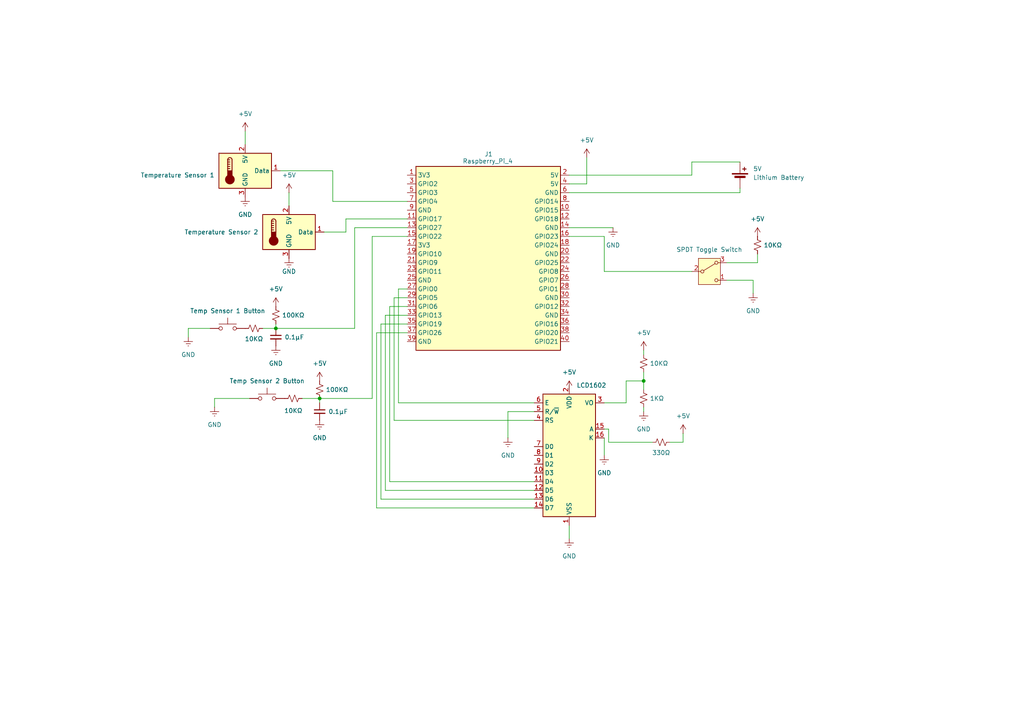
<source format=kicad_sch>
(kicad_sch
	(version 20250114)
	(generator "eeschema")
	(generator_version "9.0")
	(uuid "08b3c446-3f52-48d1-be4b-dc01e6d88d9d")
	(paper "A4")
	(lib_symbols
		(symbol "Connector:Raspberry_Pi_4"
			(exclude_from_sim no)
			(in_bom yes)
			(on_board yes)
			(property "Reference" "J1"
				(at -9.398 28.956 0)
				(effects
					(font
						(size 1.27 1.27)
					)
				)
			)
			(property "Value" "Raspberry_Pi_4"
				(at -9.652 26.924 0)
				(effects
					(font
						(size 1.27 1.27)
					)
				)
			)
			(property "Footprint" ""
				(at 70.104 -47.498 0)
				(effects
					(font
						(size 1.27 1.27)
					)
					(justify left)
					(hide yes)
				)
			)
			(property "Datasheet" "https://datasheets.raspberrypi.com/rpi4/raspberry-pi-4-datasheet.pdf"
				(at 15.748 -32.258 0)
				(effects
					(font
						(size 1.27 1.27)
					)
					(justify left)
					(hide yes)
				)
			)
			(property "Description" "Raspberry Pi 4 Model B"
				(at 15.748 -29.718 0)
				(effects
					(font
						(size 1.27 1.27)
					)
					(justify left)
					(hide yes)
				)
			)
			(property "ki_keywords" "SBC RPi"
				(at 0 0 0)
				(effects
					(font
						(size 1.27 1.27)
					)
					(hide yes)
				)
			)
			(property "ki_fp_filters" "PinHeader*2x20*P2.54mm*Vertical* PinSocket*2x20*P2.54mm*Vertical*"
				(at 0 0 0)
				(effects
					(font
						(size 1.27 1.27)
					)
					(hide yes)
				)
			)
			(symbol "Raspberry_Pi_4_0_1"
				(rectangle
					(start -30.48 25.4)
					(end 11.43 -27.94)
					(stroke
						(width 0.254)
						(type default)
					)
					(fill
						(type background)
					)
				)
			)
			(symbol "Raspberry_Pi_4_1_1"
				(pin bidirectional line
					(at -33.02 22.86 0)
					(length 2.54)
					(name "3V3"
						(effects
							(font
								(size 1.27 1.27)
							)
						)
					)
					(number "1"
						(effects
							(font
								(size 1.27 1.27)
							)
						)
					)
				)
				(pin bidirectional line
					(at -33.02 20.32 0)
					(length 2.54)
					(name "GPIO2"
						(effects
							(font
								(size 1.27 1.27)
							)
						)
					)
					(number "3"
						(effects
							(font
								(size 1.27 1.27)
							)
						)
					)
				)
				(pin bidirectional line
					(at -33.02 17.78 0)
					(length 2.54)
					(name "GPIO3"
						(effects
							(font
								(size 1.27 1.27)
							)
						)
					)
					(number "5"
						(effects
							(font
								(size 1.27 1.27)
							)
						)
					)
				)
				(pin bidirectional line
					(at -33.02 15.24 0)
					(length 2.54)
					(name "GPIO4"
						(effects
							(font
								(size 1.27 1.27)
							)
						)
					)
					(number "7"
						(effects
							(font
								(size 1.27 1.27)
							)
						)
					)
				)
				(pin bidirectional line
					(at -33.02 12.7 0)
					(length 2.54)
					(name "GND"
						(effects
							(font
								(size 1.27 1.27)
							)
						)
					)
					(number "9"
						(effects
							(font
								(size 1.27 1.27)
							)
						)
					)
				)
				(pin bidirectional line
					(at -33.02 10.16 0)
					(length 2.54)
					(name "GPIO17"
						(effects
							(font
								(size 1.27 1.27)
							)
						)
					)
					(number "11"
						(effects
							(font
								(size 1.27 1.27)
							)
						)
					)
				)
				(pin bidirectional line
					(at -33.02 7.62 0)
					(length 2.54)
					(name "GPIO27"
						(effects
							(font
								(size 1.27 1.27)
							)
						)
					)
					(number "13"
						(effects
							(font
								(size 1.27 1.27)
							)
						)
					)
				)
				(pin bidirectional line
					(at -33.02 5.08 0)
					(length 2.54)
					(name "GPIO22"
						(effects
							(font
								(size 1.27 1.27)
							)
						)
					)
					(number "15"
						(effects
							(font
								(size 1.27 1.27)
							)
						)
					)
				)
				(pin bidirectional line
					(at -33.02 2.54 0)
					(length 2.54)
					(name "3V3"
						(effects
							(font
								(size 1.27 1.27)
							)
						)
					)
					(number "17"
						(effects
							(font
								(size 1.27 1.27)
							)
						)
					)
				)
				(pin bidirectional line
					(at -33.02 0 0)
					(length 2.54)
					(name "GPIO10"
						(effects
							(font
								(size 1.27 1.27)
							)
						)
					)
					(number "19"
						(effects
							(font
								(size 1.27 1.27)
							)
						)
					)
				)
				(pin bidirectional line
					(at -33.02 -2.54 0)
					(length 2.54)
					(name "GPIO9"
						(effects
							(font
								(size 1.27 1.27)
							)
						)
					)
					(number "21"
						(effects
							(font
								(size 1.27 1.27)
							)
						)
					)
				)
				(pin bidirectional line
					(at -33.02 -5.08 0)
					(length 2.54)
					(name "GPIO11"
						(effects
							(font
								(size 1.27 1.27)
							)
						)
					)
					(number "23"
						(effects
							(font
								(size 1.27 1.27)
							)
						)
					)
				)
				(pin bidirectional line
					(at -33.02 -7.62 0)
					(length 2.54)
					(name "GND"
						(effects
							(font
								(size 1.27 1.27)
							)
						)
					)
					(number "25"
						(effects
							(font
								(size 1.27 1.27)
							)
						)
					)
				)
				(pin bidirectional line
					(at -33.02 -10.16 0)
					(length 2.54)
					(name "GPIO0"
						(effects
							(font
								(size 1.27 1.27)
							)
						)
					)
					(number "27"
						(effects
							(font
								(size 1.27 1.27)
							)
						)
					)
				)
				(pin bidirectional line
					(at -33.02 -12.7 0)
					(length 2.54)
					(name "GPIO5"
						(effects
							(font
								(size 1.27 1.27)
							)
						)
					)
					(number "29"
						(effects
							(font
								(size 1.27 1.27)
							)
						)
					)
				)
				(pin bidirectional line
					(at -33.02 -15.24 0)
					(length 2.54)
					(name "GPIO6"
						(effects
							(font
								(size 1.27 1.27)
							)
						)
					)
					(number "31"
						(effects
							(font
								(size 1.27 1.27)
							)
						)
					)
				)
				(pin bidirectional line
					(at -33.02 -17.78 0)
					(length 2.54)
					(name "GPIO13"
						(effects
							(font
								(size 1.27 1.27)
							)
						)
					)
					(number "33"
						(effects
							(font
								(size 1.27 1.27)
							)
						)
					)
				)
				(pin bidirectional line
					(at -33.02 -20.32 0)
					(length 2.54)
					(name "GPIO19"
						(effects
							(font
								(size 1.27 1.27)
							)
						)
					)
					(number "35"
						(effects
							(font
								(size 1.27 1.27)
							)
						)
					)
				)
				(pin bidirectional line
					(at -33.02 -22.86 0)
					(length 2.54)
					(name "GPIO26"
						(effects
							(font
								(size 1.27 1.27)
							)
						)
					)
					(number "37"
						(effects
							(font
								(size 1.27 1.27)
							)
						)
					)
				)
				(pin bidirectional line
					(at -33.02 -25.4 0)
					(length 2.54)
					(name "GND"
						(effects
							(font
								(size 1.27 1.27)
							)
						)
					)
					(number "39"
						(effects
							(font
								(size 1.27 1.27)
							)
						)
					)
				)
				(pin power_out line
					(at 13.97 22.86 180)
					(length 2.54)
					(name "5V"
						(effects
							(font
								(size 1.27 1.27)
							)
						)
					)
					(number "2"
						(effects
							(font
								(size 1.27 1.27)
							)
						)
					)
				)
				(pin passive line
					(at 13.97 22.86 180)
					(length 2.54)
					(hide yes)
					(name "5V"
						(effects
							(font
								(size 1.27 1.27)
							)
						)
					)
					(number "4"
						(effects
							(font
								(size 1.27 1.27)
							)
						)
					)
				)
				(pin passive line
					(at 13.97 20.32 180)
					(length 2.54)
					(hide yes)
					(name "3V3"
						(effects
							(font
								(size 1.27 1.27)
							)
						)
					)
					(number "17"
						(effects
							(font
								(size 1.27 1.27)
							)
						)
					)
				)
				(pin power_out line
					(at 13.97 20.32 180)
					(length 2.54)
					(name "5V"
						(effects
							(font
								(size 1.27 1.27)
							)
						)
					)
					(number "4"
						(effects
							(font
								(size 1.27 1.27)
							)
						)
					)
				)
				(pin bidirectional line
					(at 13.97 17.78 180)
					(length 2.54)
					(name "GND"
						(effects
							(font
								(size 1.27 1.27)
							)
						)
					)
					(number "6"
						(effects
							(font
								(size 1.27 1.27)
							)
						)
					)
				)
				(pin bidirectional line
					(at 13.97 15.24 180)
					(length 2.54)
					(name "GPIO14"
						(effects
							(font
								(size 1.27 1.27)
							)
						)
					)
					(number "8"
						(effects
							(font
								(size 1.27 1.27)
							)
						)
					)
				)
				(pin bidirectional line
					(at 13.97 12.7 180)
					(length 2.54)
					(name "GPIO15"
						(effects
							(font
								(size 1.27 1.27)
							)
						)
					)
					(number "10"
						(effects
							(font
								(size 1.27 1.27)
							)
						)
					)
				)
				(pin bidirectional line
					(at 13.97 10.16 180)
					(length 2.54)
					(name "GPIO18"
						(effects
							(font
								(size 1.27 1.27)
							)
						)
					)
					(number "12"
						(effects
							(font
								(size 1.27 1.27)
							)
						)
					)
				)
				(pin bidirectional line
					(at 13.97 7.62 180)
					(length 2.54)
					(name "GND"
						(effects
							(font
								(size 1.27 1.27)
							)
						)
					)
					(number "14"
						(effects
							(font
								(size 1.27 1.27)
							)
						)
					)
				)
				(pin bidirectional line
					(at 13.97 5.08 180)
					(length 2.54)
					(name "GPIO23"
						(effects
							(font
								(size 1.27 1.27)
							)
						)
					)
					(number "16"
						(effects
							(font
								(size 1.27 1.27)
							)
						)
					)
				)
				(pin bidirectional line
					(at 13.97 2.54 180)
					(length 2.54)
					(name "GPIO24"
						(effects
							(font
								(size 1.27 1.27)
							)
						)
					)
					(number "18"
						(effects
							(font
								(size 1.27 1.27)
							)
						)
					)
				)
				(pin bidirectional line
					(at 13.97 0 180)
					(length 2.54)
					(name "GND"
						(effects
							(font
								(size 1.27 1.27)
							)
						)
					)
					(number "20"
						(effects
							(font
								(size 1.27 1.27)
							)
						)
					)
				)
				(pin bidirectional line
					(at 13.97 -2.54 180)
					(length 2.54)
					(name "GPIO25"
						(effects
							(font
								(size 1.27 1.27)
							)
						)
					)
					(number "22"
						(effects
							(font
								(size 1.27 1.27)
							)
						)
					)
				)
				(pin bidirectional line
					(at 13.97 -5.08 180)
					(length 2.54)
					(name "GPIO8"
						(effects
							(font
								(size 1.27 1.27)
							)
						)
					)
					(number "24"
						(effects
							(font
								(size 1.27 1.27)
							)
						)
					)
				)
				(pin bidirectional line
					(at 13.97 -7.62 180)
					(length 2.54)
					(name "GPIO7"
						(effects
							(font
								(size 1.27 1.27)
							)
						)
					)
					(number "26"
						(effects
							(font
								(size 1.27 1.27)
							)
						)
					)
				)
				(pin bidirectional line
					(at 13.97 -10.16 180)
					(length 2.54)
					(name "GPIO1"
						(effects
							(font
								(size 1.27 1.27)
							)
						)
					)
					(number "28"
						(effects
							(font
								(size 1.27 1.27)
							)
						)
					)
				)
				(pin bidirectional line
					(at 13.97 -12.7 180)
					(length 2.54)
					(name "GND"
						(effects
							(font
								(size 1.27 1.27)
							)
						)
					)
					(number "30"
						(effects
							(font
								(size 1.27 1.27)
							)
						)
					)
				)
				(pin bidirectional line
					(at 13.97 -15.24 180)
					(length 2.54)
					(name "GPIO12"
						(effects
							(font
								(size 1.27 1.27)
							)
						)
					)
					(number "32"
						(effects
							(font
								(size 1.27 1.27)
							)
						)
					)
				)
				(pin bidirectional line
					(at 13.97 -17.78 180)
					(length 2.54)
					(name "GND"
						(effects
							(font
								(size 1.27 1.27)
							)
						)
					)
					(number "34"
						(effects
							(font
								(size 1.27 1.27)
							)
						)
					)
				)
				(pin bidirectional line
					(at 13.97 -20.32 180)
					(length 2.54)
					(name "GPIO16"
						(effects
							(font
								(size 1.27 1.27)
							)
						)
					)
					(number "36"
						(effects
							(font
								(size 1.27 1.27)
							)
						)
					)
				)
				(pin bidirectional line
					(at 13.97 -22.86 180)
					(length 2.54)
					(name "GPIO20"
						(effects
							(font
								(size 1.27 1.27)
							)
						)
					)
					(number "38"
						(effects
							(font
								(size 1.27 1.27)
							)
						)
					)
				)
				(pin bidirectional line
					(at 13.97 -25.4 180)
					(length 2.54)
					(name "GPIO21"
						(effects
							(font
								(size 1.27 1.27)
							)
						)
					)
					(number "40"
						(effects
							(font
								(size 1.27 1.27)
							)
						)
					)
				)
			)
			(embedded_fonts no)
		)
		(symbol "Device:Battery_Cell"
			(pin_numbers
				(hide yes)
			)
			(pin_names
				(offset 0)
				(hide yes)
			)
			(exclude_from_sim no)
			(in_bom yes)
			(on_board yes)
			(property "Reference" "BT"
				(at 2.54 2.54 0)
				(effects
					(font
						(size 1.27 1.27)
					)
					(justify left)
				)
			)
			(property "Value" "Battery_Cell"
				(at 2.54 0 0)
				(effects
					(font
						(size 1.27 1.27)
					)
					(justify left)
				)
			)
			(property "Footprint" ""
				(at 0 1.524 90)
				(effects
					(font
						(size 1.27 1.27)
					)
					(hide yes)
				)
			)
			(property "Datasheet" "~"
				(at 0 1.524 90)
				(effects
					(font
						(size 1.27 1.27)
					)
					(hide yes)
				)
			)
			(property "Description" "Single-cell battery"
				(at 0 0 0)
				(effects
					(font
						(size 1.27 1.27)
					)
					(hide yes)
				)
			)
			(property "ki_keywords" "battery cell"
				(at 0 0 0)
				(effects
					(font
						(size 1.27 1.27)
					)
					(hide yes)
				)
			)
			(symbol "Battery_Cell_0_1"
				(rectangle
					(start -2.286 1.778)
					(end 2.286 1.524)
					(stroke
						(width 0)
						(type default)
					)
					(fill
						(type outline)
					)
				)
				(rectangle
					(start -1.524 1.016)
					(end 1.524 0.508)
					(stroke
						(width 0)
						(type default)
					)
					(fill
						(type outline)
					)
				)
				(polyline
					(pts
						(xy 0 1.778) (xy 0 2.54)
					)
					(stroke
						(width 0)
						(type default)
					)
					(fill
						(type none)
					)
				)
				(polyline
					(pts
						(xy 0 0.762) (xy 0 0)
					)
					(stroke
						(width 0)
						(type default)
					)
					(fill
						(type none)
					)
				)
				(polyline
					(pts
						(xy 0.762 3.048) (xy 1.778 3.048)
					)
					(stroke
						(width 0.254)
						(type default)
					)
					(fill
						(type none)
					)
				)
				(polyline
					(pts
						(xy 1.27 3.556) (xy 1.27 2.54)
					)
					(stroke
						(width 0.254)
						(type default)
					)
					(fill
						(type none)
					)
				)
			)
			(symbol "Battery_Cell_1_1"
				(pin passive line
					(at 0 5.08 270)
					(length 2.54)
					(name "+"
						(effects
							(font
								(size 1.27 1.27)
							)
						)
					)
					(number "1"
						(effects
							(font
								(size 1.27 1.27)
							)
						)
					)
				)
				(pin passive line
					(at 0 -2.54 90)
					(length 2.54)
					(name "-"
						(effects
							(font
								(size 1.27 1.27)
							)
						)
					)
					(number "2"
						(effects
							(font
								(size 1.27 1.27)
							)
						)
					)
				)
			)
			(embedded_fonts no)
		)
		(symbol "Device:C_Small"
			(pin_numbers
				(hide yes)
			)
			(pin_names
				(offset 0.254)
				(hide yes)
			)
			(exclude_from_sim no)
			(in_bom yes)
			(on_board yes)
			(property "Reference" "C"
				(at 0.254 1.778 0)
				(effects
					(font
						(size 1.27 1.27)
					)
					(justify left)
				)
			)
			(property "Value" "C_Small"
				(at 0.254 -2.032 0)
				(effects
					(font
						(size 1.27 1.27)
					)
					(justify left)
				)
			)
			(property "Footprint" ""
				(at 0 0 0)
				(effects
					(font
						(size 1.27 1.27)
					)
					(hide yes)
				)
			)
			(property "Datasheet" "~"
				(at 0 0 0)
				(effects
					(font
						(size 1.27 1.27)
					)
					(hide yes)
				)
			)
			(property "Description" "Unpolarized capacitor, small symbol"
				(at 0 0 0)
				(effects
					(font
						(size 1.27 1.27)
					)
					(hide yes)
				)
			)
			(property "ki_keywords" "capacitor cap"
				(at 0 0 0)
				(effects
					(font
						(size 1.27 1.27)
					)
					(hide yes)
				)
			)
			(property "ki_fp_filters" "C_*"
				(at 0 0 0)
				(effects
					(font
						(size 1.27 1.27)
					)
					(hide yes)
				)
			)
			(symbol "C_Small_0_1"
				(polyline
					(pts
						(xy -1.524 0.508) (xy 1.524 0.508)
					)
					(stroke
						(width 0.3048)
						(type default)
					)
					(fill
						(type none)
					)
				)
				(polyline
					(pts
						(xy -1.524 -0.508) (xy 1.524 -0.508)
					)
					(stroke
						(width 0.3302)
						(type default)
					)
					(fill
						(type none)
					)
				)
			)
			(symbol "C_Small_1_1"
				(pin passive line
					(at 0 2.54 270)
					(length 2.032)
					(name "~"
						(effects
							(font
								(size 1.27 1.27)
							)
						)
					)
					(number "1"
						(effects
							(font
								(size 1.27 1.27)
							)
						)
					)
				)
				(pin passive line
					(at 0 -2.54 90)
					(length 2.032)
					(name "~"
						(effects
							(font
								(size 1.27 1.27)
							)
						)
					)
					(number "2"
						(effects
							(font
								(size 1.27 1.27)
							)
						)
					)
				)
			)
			(embedded_fonts no)
		)
		(symbol "Device:R_Small_US"
			(pin_numbers
				(hide yes)
			)
			(pin_names
				(offset 0.254)
				(hide yes)
			)
			(exclude_from_sim no)
			(in_bom yes)
			(on_board yes)
			(property "Reference" "R"
				(at 0.762 0.508 0)
				(effects
					(font
						(size 1.27 1.27)
					)
					(justify left)
				)
			)
			(property "Value" "R_Small_US"
				(at 0.762 -1.016 0)
				(effects
					(font
						(size 1.27 1.27)
					)
					(justify left)
				)
			)
			(property "Footprint" ""
				(at 0 0 0)
				(effects
					(font
						(size 1.27 1.27)
					)
					(hide yes)
				)
			)
			(property "Datasheet" "~"
				(at 0 0 0)
				(effects
					(font
						(size 1.27 1.27)
					)
					(hide yes)
				)
			)
			(property "Description" "Resistor, small US symbol"
				(at 0 0 0)
				(effects
					(font
						(size 1.27 1.27)
					)
					(hide yes)
				)
			)
			(property "ki_keywords" "r resistor"
				(at 0 0 0)
				(effects
					(font
						(size 1.27 1.27)
					)
					(hide yes)
				)
			)
			(property "ki_fp_filters" "R_*"
				(at 0 0 0)
				(effects
					(font
						(size 1.27 1.27)
					)
					(hide yes)
				)
			)
			(symbol "R_Small_US_1_1"
				(polyline
					(pts
						(xy 0 1.524) (xy 1.016 1.143) (xy 0 0.762) (xy -1.016 0.381) (xy 0 0)
					)
					(stroke
						(width 0)
						(type default)
					)
					(fill
						(type none)
					)
				)
				(polyline
					(pts
						(xy 0 0) (xy 1.016 -0.381) (xy 0 -0.762) (xy -1.016 -1.143) (xy 0 -1.524)
					)
					(stroke
						(width 0)
						(type default)
					)
					(fill
						(type none)
					)
				)
				(pin passive line
					(at 0 2.54 270)
					(length 1.016)
					(name "~"
						(effects
							(font
								(size 1.27 1.27)
							)
						)
					)
					(number "1"
						(effects
							(font
								(size 1.27 1.27)
							)
						)
					)
				)
				(pin passive line
					(at 0 -2.54 90)
					(length 1.016)
					(name "~"
						(effects
							(font
								(size 1.27 1.27)
							)
						)
					)
					(number "2"
						(effects
							(font
								(size 1.27 1.27)
							)
						)
					)
				)
			)
			(embedded_fonts no)
		)
		(symbol "Display_Character:LCD-016N002L"
			(exclude_from_sim no)
			(in_bom yes)
			(on_board yes)
			(property "Reference" "U3"
				(at 2.1433 22.86 0)
				(effects
					(font
						(size 1.27 1.27)
					)
					(justify left)
					(hide yes)
				)
			)
			(property "Value" "LCD1602"
				(at 2.1433 20.32 0)
				(effects
					(font
						(size 1.27 1.27)
					)
					(justify left)
				)
			)
			(property "Footprint" "Display:LCD-016N002L"
				(at 0.508 -23.368 0)
				(effects
					(font
						(size 1.27 1.27)
					)
					(hide yes)
				)
			)
			(property "Datasheet" "http://www.vishay.com/docs/37299/37299.pdf"
				(at 12.7 -7.62 0)
				(effects
					(font
						(size 1.27 1.27)
					)
					(hide yes)
				)
			)
			(property "Description" "LCD 12x2, 8 bit parallel bus, 3V or 5V VDD"
				(at 0 0 0)
				(effects
					(font
						(size 1.27 1.27)
					)
					(hide yes)
				)
			)
			(property "ki_keywords" "display LCD dot-matrix"
				(at 0 0 0)
				(effects
					(font
						(size 1.27 1.27)
					)
					(hide yes)
				)
			)
			(property "ki_fp_filters" "*LCD*016N002L*"
				(at 0 0 0)
				(effects
					(font
						(size 1.27 1.27)
					)
					(hide yes)
				)
			)
			(symbol "LCD-016N002L_1_1"
				(rectangle
					(start -7.62 17.78)
					(end 7.62 -17.78)
					(stroke
						(width 0.254)
						(type default)
					)
					(fill
						(type background)
					)
				)
				(pin input line
					(at -10.16 15.24 0)
					(length 2.54)
					(name "E"
						(effects
							(font
								(size 1.27 1.27)
							)
						)
					)
					(number "6"
						(effects
							(font
								(size 1.27 1.27)
							)
						)
					)
				)
				(pin input line
					(at -10.16 12.7 0)
					(length 2.54)
					(name "R/~{W}"
						(effects
							(font
								(size 1.27 1.27)
							)
						)
					)
					(number "5"
						(effects
							(font
								(size 1.27 1.27)
							)
						)
					)
				)
				(pin input line
					(at -10.16 10.16 0)
					(length 2.54)
					(name "RS"
						(effects
							(font
								(size 1.27 1.27)
							)
						)
					)
					(number "4"
						(effects
							(font
								(size 1.27 1.27)
							)
						)
					)
				)
				(pin bidirectional line
					(at -10.16 2.54 0)
					(length 2.54)
					(name "D0"
						(effects
							(font
								(size 1.27 1.27)
							)
						)
					)
					(number "7"
						(effects
							(font
								(size 1.27 1.27)
							)
						)
					)
				)
				(pin bidirectional line
					(at -10.16 0 0)
					(length 2.54)
					(name "D1"
						(effects
							(font
								(size 1.27 1.27)
							)
						)
					)
					(number "8"
						(effects
							(font
								(size 1.27 1.27)
							)
						)
					)
				)
				(pin bidirectional line
					(at -10.16 -2.54 0)
					(length 2.54)
					(name "D2"
						(effects
							(font
								(size 1.27 1.27)
							)
						)
					)
					(number "9"
						(effects
							(font
								(size 1.27 1.27)
							)
						)
					)
				)
				(pin bidirectional line
					(at -10.16 -5.08 0)
					(length 2.54)
					(name "D3"
						(effects
							(font
								(size 1.27 1.27)
							)
						)
					)
					(number "10"
						(effects
							(font
								(size 1.27 1.27)
							)
						)
					)
				)
				(pin bidirectional line
					(at -10.16 -7.62 0)
					(length 2.54)
					(name "D4"
						(effects
							(font
								(size 1.27 1.27)
							)
						)
					)
					(number "11"
						(effects
							(font
								(size 1.27 1.27)
							)
						)
					)
				)
				(pin bidirectional line
					(at -10.16 -10.16 0)
					(length 2.54)
					(name "D5"
						(effects
							(font
								(size 1.27 1.27)
							)
						)
					)
					(number "12"
						(effects
							(font
								(size 1.27 1.27)
							)
						)
					)
				)
				(pin bidirectional line
					(at -10.16 -12.7 0)
					(length 2.54)
					(name "D6"
						(effects
							(font
								(size 1.27 1.27)
							)
						)
					)
					(number "13"
						(effects
							(font
								(size 1.27 1.27)
							)
						)
					)
				)
				(pin bidirectional line
					(at -10.16 -15.24 0)
					(length 2.54)
					(name "D7"
						(effects
							(font
								(size 1.27 1.27)
							)
						)
					)
					(number "14"
						(effects
							(font
								(size 1.27 1.27)
							)
						)
					)
				)
				(pin power_in line
					(at 0 20.32 270)
					(length 2.54)
					(name "VDD"
						(effects
							(font
								(size 1.27 1.27)
							)
						)
					)
					(number "2"
						(effects
							(font
								(size 1.27 1.27)
							)
						)
					)
				)
				(pin power_in line
					(at 0 -20.32 90)
					(length 2.54)
					(name "VSS"
						(effects
							(font
								(size 1.27 1.27)
							)
						)
					)
					(number "1"
						(effects
							(font
								(size 1.27 1.27)
							)
						)
					)
				)
				(pin input line
					(at 10.16 15.24 180)
					(length 2.54)
					(name "VO"
						(effects
							(font
								(size 1.27 1.27)
							)
						)
					)
					(number "3"
						(effects
							(font
								(size 1.27 1.27)
							)
						)
					)
				)
				(pin power_in line
					(at 10.16 7.62 180)
					(length 2.54)
					(name "A"
						(effects
							(font
								(size 1.27 1.27)
							)
						)
					)
					(number "15"
						(effects
							(font
								(size 1.27 1.27)
							)
						)
					)
				)
				(pin power_in line
					(at 10.16 5.08 180)
					(length 2.54)
					(name "K"
						(effects
							(font
								(size 1.27 1.27)
							)
						)
					)
					(number "16"
						(effects
							(font
								(size 1.27 1.27)
							)
						)
					)
				)
			)
			(embedded_fonts no)
		)
		(symbol "LM35-D_1"
			(exclude_from_sim no)
			(in_bom yes)
			(on_board yes)
			(property "Reference" "U1"
				(at -8.89 1.2701 0)
				(effects
					(font
						(size 1.27 1.27)
					)
					(justify right)
					(hide yes)
				)
			)
			(property "Value" "Temperature Sensor 1"
				(at -8.89 -1.2699 0)
				(effects
					(font
						(size 1.27 1.27)
					)
					(justify right)
				)
			)
			(property "Footprint" "Package_SO:SOIC-8_3.9x4.9mm_P1.27mm"
				(at 0 -10.16 0)
				(effects
					(font
						(size 1.27 1.27)
					)
					(hide yes)
				)
			)
			(property "Datasheet" "http://www.ti.com/lit/ds/symlink/lm35.pdf"
				(at -0.254 -12.446 0)
				(effects
					(font
						(size 1.27 1.27)
					)
					(hide yes)
				)
			)
			(property "Description" "Precision centigrade temperature sensor, SOIC-8"
				(at 2.794 -16.002 0)
				(effects
					(font
						(size 1.27 1.27)
					)
					(hide yes)
				)
			)
			(property "ki_keywords" "temperature sensor thermistor"
				(at 0 0 0)
				(effects
					(font
						(size 1.27 1.27)
					)
					(hide yes)
				)
			)
			(property "ki_fp_filters" "SOIC*"
				(at 0 0 0)
				(effects
					(font
						(size 1.27 1.27)
					)
					(hide yes)
				)
			)
			(symbol "LM35-D_1_0_1"
				(rectangle
					(start -7.62 5.08)
					(end 7.62 -5.08)
					(stroke
						(width 0.254)
						(type default)
					)
					(fill
						(type background)
					)
				)
				(polyline
					(pts
						(xy -5.08 3.175) (xy -5.08 0)
					)
					(stroke
						(width 0.254)
						(type default)
					)
					(fill
						(type none)
					)
				)
				(polyline
					(pts
						(xy -5.08 3.175) (xy -4.445 3.175)
					)
					(stroke
						(width 0.254)
						(type default)
					)
					(fill
						(type none)
					)
				)
				(polyline
					(pts
						(xy -5.08 2.54) (xy -4.445 2.54)
					)
					(stroke
						(width 0.254)
						(type default)
					)
					(fill
						(type none)
					)
				)
				(polyline
					(pts
						(xy -5.08 1.905) (xy -4.445 1.905)
					)
					(stroke
						(width 0.254)
						(type default)
					)
					(fill
						(type none)
					)
				)
				(polyline
					(pts
						(xy -5.08 1.27) (xy -4.445 1.27)
					)
					(stroke
						(width 0.254)
						(type default)
					)
					(fill
						(type none)
					)
				)
				(polyline
					(pts
						(xy -5.08 0.635) (xy -4.445 0.635)
					)
					(stroke
						(width 0.254)
						(type default)
					)
					(fill
						(type none)
					)
				)
				(arc
					(start -5.08 3.175)
					(mid -4.445 3.8073)
					(end -3.81 3.175)
					(stroke
						(width 0.254)
						(type default)
					)
					(fill
						(type none)
					)
				)
				(circle
					(center -4.445 -2.54)
					(radius 1.27)
					(stroke
						(width 0.254)
						(type default)
					)
					(fill
						(type outline)
					)
				)
				(polyline
					(pts
						(xy -3.81 3.175) (xy -3.81 0)
					)
					(stroke
						(width 0.254)
						(type default)
					)
					(fill
						(type none)
					)
				)
				(rectangle
					(start -3.81 -1.905)
					(end -5.08 0)
					(stroke
						(width 0.254)
						(type default)
					)
					(fill
						(type outline)
					)
				)
			)
			(symbol "LM35-D_1_1_1"
				(pin no_connect line
					(at -2.54 5.08 270)
					(length 2.54)
					(hide yes)
					(name "NC"
						(effects
							(font
								(size 1.27 1.27)
							)
						)
					)
					(number "3"
						(effects
							(font
								(size 1.27 1.27)
							)
						)
					)
				)
				(pin no_connect line
					(at -2.54 -5.08 90)
					(length 2.54)
					(hide yes)
					(name "NC"
						(effects
							(font
								(size 1.27 1.27)
							)
						)
					)
					(number "2"
						(effects
							(font
								(size 1.27 1.27)
							)
						)
					)
				)
				(pin power_in line
					(at 0 7.62 270)
					(length 2.54)
					(name "5V"
						(effects
							(font
								(size 1.27 1.27)
							)
						)
					)
					(number "2"
						(effects
							(font
								(size 1.27 1.27)
							)
						)
					)
				)
				(pin power_in line
					(at 0 -7.62 90)
					(length 2.54)
					(name "GND"
						(effects
							(font
								(size 1.27 1.27)
							)
						)
					)
					(number "3"
						(effects
							(font
								(size 1.27 1.27)
							)
						)
					)
				)
				(pin no_connect line
					(at 2.54 -5.08 90)
					(length 2.54)
					(hide yes)
					(name "NC"
						(effects
							(font
								(size 1.27 1.27)
							)
						)
					)
					(number "5"
						(effects
							(font
								(size 1.27 1.27)
							)
						)
					)
				)
				(pin no_connect line
					(at 5.08 -5.08 90)
					(length 2.54)
					(hide yes)
					(name "NC"
						(effects
							(font
								(size 1.27 1.27)
							)
						)
					)
					(number "6"
						(effects
							(font
								(size 1.27 1.27)
							)
						)
					)
				)
				(pin no_connect line
					(at 7.62 2.54 180)
					(length 2.54)
					(hide yes)
					(name "NC"
						(effects
							(font
								(size 1.27 1.27)
							)
						)
					)
					(number "7"
						(effects
							(font
								(size 1.27 1.27)
							)
						)
					)
				)
				(pin output line
					(at 10.16 0 180)
					(length 2.54)
					(name "Data"
						(effects
							(font
								(size 1.27 1.27)
							)
						)
					)
					(number "1"
						(effects
							(font
								(size 1.27 1.27)
							)
						)
					)
				)
			)
			(embedded_fonts no)
		)
		(symbol "R_Small_US_1"
			(pin_numbers
				(hide yes)
			)
			(pin_names
				(offset 0.254)
				(hide yes)
			)
			(exclude_from_sim no)
			(in_bom yes)
			(on_board yes)
			(property "Reference" "R2"
				(at 1.2701 -2.54 90)
				(effects
					(font
						(size 1.27 1.27)
					)
					(justify right)
					(hide yes)
				)
			)
			(property "Value" "10K"
				(at 2.032 -2.54 0)
				(effects
					(font
						(size 1.27 1.27)
					)
					(justify right)
				)
			)
			(property "Footprint" ""
				(at 0 0 0)
				(effects
					(font
						(size 1.27 1.27)
					)
					(hide yes)
				)
			)
			(property "Datasheet" "~"
				(at 0 0 0)
				(effects
					(font
						(size 1.27 1.27)
					)
					(hide yes)
				)
			)
			(property "Description" "Resistor, small US symbol"
				(at 0 0 90)
				(effects
					(font
						(size 1.27 1.27)
					)
					(hide yes)
				)
			)
			(property "ki_keywords" "r resistor"
				(at 0 0 0)
				(effects
					(font
						(size 1.27 1.27)
					)
					(hide yes)
				)
			)
			(property "ki_fp_filters" "R_*"
				(at 0 0 0)
				(effects
					(font
						(size 1.27 1.27)
					)
					(hide yes)
				)
			)
			(symbol "R_Small_US_1_1_1"
				(polyline
					(pts
						(xy 0 0) (xy -0.381 -1.016) (xy -0.762 0) (xy -1.143 1.016) (xy -1.524 0)
					)
					(stroke
						(width 0)
						(type default)
					)
					(fill
						(type none)
					)
				)
				(polyline
					(pts
						(xy 1.524 0) (xy 1.143 -1.016) (xy 0.762 0) (xy 0.381 1.016) (xy 0 0)
					)
					(stroke
						(width 0)
						(type default)
					)
					(fill
						(type none)
					)
				)
				(pin passive line
					(at -2.54 0 0)
					(length 1.016)
					(name "~"
						(effects
							(font
								(size 1.27 1.27)
							)
						)
					)
					(number "2"
						(effects
							(font
								(size 1.27 1.27)
							)
						)
					)
				)
				(pin passive line
					(at 2.54 0 180)
					(length 1.016)
					(name "~"
						(effects
							(font
								(size 1.27 1.27)
							)
						)
					)
					(number "1"
						(effects
							(font
								(size 1.27 1.27)
							)
						)
					)
				)
			)
			(embedded_fonts no)
		)
		(symbol "Sensor_Temperature:LM35-D"
			(exclude_from_sim no)
			(in_bom yes)
			(on_board yes)
			(property "Reference" "U1"
				(at -8.89 1.2701 0)
				(effects
					(font
						(size 1.27 1.27)
					)
					(justify right)
					(hide yes)
				)
			)
			(property "Value" "Temperature Sensor 1"
				(at -8.89 -1.2699 0)
				(effects
					(font
						(size 1.27 1.27)
					)
					(justify right)
				)
			)
			(property "Footprint" "Package_SO:SOIC-8_3.9x4.9mm_P1.27mm"
				(at 0 -10.16 0)
				(effects
					(font
						(size 1.27 1.27)
					)
					(hide yes)
				)
			)
			(property "Datasheet" "http://www.ti.com/lit/ds/symlink/lm35.pdf"
				(at -0.254 -12.446 0)
				(effects
					(font
						(size 1.27 1.27)
					)
					(hide yes)
				)
			)
			(property "Description" "Precision centigrade temperature sensor, SOIC-8"
				(at 2.794 -16.002 0)
				(effects
					(font
						(size 1.27 1.27)
					)
					(hide yes)
				)
			)
			(property "ki_keywords" "temperature sensor thermistor"
				(at 0 0 0)
				(effects
					(font
						(size 1.27 1.27)
					)
					(hide yes)
				)
			)
			(property "ki_fp_filters" "SOIC*"
				(at 0 0 0)
				(effects
					(font
						(size 1.27 1.27)
					)
					(hide yes)
				)
			)
			(symbol "LM35-D_0_1"
				(rectangle
					(start -7.62 5.08)
					(end 7.62 -5.08)
					(stroke
						(width 0.254)
						(type default)
					)
					(fill
						(type background)
					)
				)
				(polyline
					(pts
						(xy -5.08 3.175) (xy -5.08 0)
					)
					(stroke
						(width 0.254)
						(type default)
					)
					(fill
						(type none)
					)
				)
				(polyline
					(pts
						(xy -5.08 3.175) (xy -4.445 3.175)
					)
					(stroke
						(width 0.254)
						(type default)
					)
					(fill
						(type none)
					)
				)
				(polyline
					(pts
						(xy -5.08 2.54) (xy -4.445 2.54)
					)
					(stroke
						(width 0.254)
						(type default)
					)
					(fill
						(type none)
					)
				)
				(polyline
					(pts
						(xy -5.08 1.905) (xy -4.445 1.905)
					)
					(stroke
						(width 0.254)
						(type default)
					)
					(fill
						(type none)
					)
				)
				(polyline
					(pts
						(xy -5.08 1.27) (xy -4.445 1.27)
					)
					(stroke
						(width 0.254)
						(type default)
					)
					(fill
						(type none)
					)
				)
				(polyline
					(pts
						(xy -5.08 0.635) (xy -4.445 0.635)
					)
					(stroke
						(width 0.254)
						(type default)
					)
					(fill
						(type none)
					)
				)
				(arc
					(start -5.08 3.175)
					(mid -4.445 3.8073)
					(end -3.81 3.175)
					(stroke
						(width 0.254)
						(type default)
					)
					(fill
						(type none)
					)
				)
				(circle
					(center -4.445 -2.54)
					(radius 1.27)
					(stroke
						(width 0.254)
						(type default)
					)
					(fill
						(type outline)
					)
				)
				(polyline
					(pts
						(xy -3.81 3.175) (xy -3.81 0)
					)
					(stroke
						(width 0.254)
						(type default)
					)
					(fill
						(type none)
					)
				)
				(rectangle
					(start -3.81 -1.905)
					(end -5.08 0)
					(stroke
						(width 0.254)
						(type default)
					)
					(fill
						(type outline)
					)
				)
			)
			(symbol "LM35-D_1_1"
				(pin no_connect line
					(at -2.54 5.08 270)
					(length 2.54)
					(hide yes)
					(name "NC"
						(effects
							(font
								(size 1.27 1.27)
							)
						)
					)
					(number "3"
						(effects
							(font
								(size 1.27 1.27)
							)
						)
					)
				)
				(pin no_connect line
					(at -2.54 -5.08 90)
					(length 2.54)
					(hide yes)
					(name "NC"
						(effects
							(font
								(size 1.27 1.27)
							)
						)
					)
					(number "2"
						(effects
							(font
								(size 1.27 1.27)
							)
						)
					)
				)
				(pin power_in line
					(at 0 7.62 270)
					(length 2.54)
					(name "5V"
						(effects
							(font
								(size 1.27 1.27)
							)
						)
					)
					(number "2"
						(effects
							(font
								(size 1.27 1.27)
							)
						)
					)
				)
				(pin power_in line
					(at 0 -7.62 90)
					(length 2.54)
					(name "GND"
						(effects
							(font
								(size 1.27 1.27)
							)
						)
					)
					(number "3"
						(effects
							(font
								(size 1.27 1.27)
							)
						)
					)
				)
				(pin no_connect line
					(at 2.54 -5.08 90)
					(length 2.54)
					(hide yes)
					(name "NC"
						(effects
							(font
								(size 1.27 1.27)
							)
						)
					)
					(number "5"
						(effects
							(font
								(size 1.27 1.27)
							)
						)
					)
				)
				(pin no_connect line
					(at 5.08 -5.08 90)
					(length 2.54)
					(hide yes)
					(name "NC"
						(effects
							(font
								(size 1.27 1.27)
							)
						)
					)
					(number "6"
						(effects
							(font
								(size 1.27 1.27)
							)
						)
					)
				)
				(pin no_connect line
					(at 7.62 2.54 180)
					(length 2.54)
					(hide yes)
					(name "NC"
						(effects
							(font
								(size 1.27 1.27)
							)
						)
					)
					(number "7"
						(effects
							(font
								(size 1.27 1.27)
							)
						)
					)
				)
				(pin output line
					(at 10.16 0 180)
					(length 2.54)
					(name "Data"
						(effects
							(font
								(size 1.27 1.27)
							)
						)
					)
					(number "1"
						(effects
							(font
								(size 1.27 1.27)
							)
						)
					)
				)
			)
			(embedded_fonts no)
		)
		(symbol "Switch:SW_Nidec_CAS-120A1"
			(pin_names
				(offset 1)
				(hide yes)
			)
			(exclude_from_sim no)
			(in_bom yes)
			(on_board yes)
			(property "Reference" "SW1"
				(at 7.874 10.922 0)
				(effects
					(font
						(size 1.27 1.27)
					)
					(hide yes)
				)
			)
			(property "Value" "SPDT Toggle Switch"
				(at 0 6.35 0)
				(effects
					(font
						(size 1.27 1.27)
					)
				)
			)
			(property "Footprint" "Button_Switch_SMD:Nidec_Copal_CAS-120A"
				(at 0 -10.16 0)
				(effects
					(font
						(size 1.27 1.27)
					)
					(hide yes)
				)
			)
			(property "Datasheet" "https://www.nidec-components.com/e/catalog/switch/cas.pdf"
				(at 0 -7.62 0)
				(effects
					(font
						(size 1.27 1.27)
					)
					(hide yes)
				)
			)
			(property "Description" "Switch, single pole double throw"
				(at 0 0 0)
				(effects
					(font
						(size 1.27 1.27)
					)
					(hide yes)
				)
			)
			(property "ki_keywords" "switch single-pole double-throw spdt ON-ON"
				(at 0 0 0)
				(effects
					(font
						(size 1.27 1.27)
					)
					(hide yes)
				)
			)
			(property "ki_fp_filters" "*Nidec?Copal?CAS?120A*"
				(at 0 0 0)
				(effects
					(font
						(size 1.27 1.27)
					)
					(hide yes)
				)
			)
			(symbol "SW_Nidec_CAS-120A1_0_1"
				(circle
					(center -2.032 0)
					(radius 0.4572)
					(stroke
						(width 0)
						(type default)
					)
					(fill
						(type none)
					)
				)
				(polyline
					(pts
						(xy -1.651 0.254) (xy 1.651 2.286)
					)
					(stroke
						(width 0)
						(type default)
					)
					(fill
						(type none)
					)
				)
				(circle
					(center 2.032 2.54)
					(radius 0.4572)
					(stroke
						(width 0)
						(type default)
					)
					(fill
						(type none)
					)
				)
				(circle
					(center 2.032 -2.54)
					(radius 0.4572)
					(stroke
						(width 0)
						(type default)
					)
					(fill
						(type none)
					)
				)
			)
			(symbol "SW_Nidec_CAS-120A1_1_1"
				(rectangle
					(start -3.175 3.81)
					(end 3.175 -3.81)
					(stroke
						(width 0)
						(type default)
					)
					(fill
						(type background)
					)
				)
				(pin passive line
					(at -5.08 0 0)
					(length 2.54)
					(name "B"
						(effects
							(font
								(size 1.27 1.27)
							)
						)
					)
					(number "2"
						(effects
							(font
								(size 1.27 1.27)
							)
						)
					)
				)
				(pin passive line
					(at 5.08 2.54 180)
					(length 2.54)
					(name "A"
						(effects
							(font
								(size 1.27 1.27)
							)
						)
					)
					(number "3"
						(effects
							(font
								(size 1.27 1.27)
							)
						)
					)
				)
				(pin passive line
					(at 5.08 -2.54 180)
					(length 2.54)
					(name "C"
						(effects
							(font
								(size 1.27 1.27)
							)
						)
					)
					(number "1"
						(effects
							(font
								(size 1.27 1.27)
							)
						)
					)
				)
			)
			(embedded_fonts no)
		)
		(symbol "Switch:SW_Push"
			(pin_numbers
				(hide yes)
			)
			(pin_names
				(offset 1.016)
				(hide yes)
			)
			(exclude_from_sim no)
			(in_bom yes)
			(on_board yes)
			(property "Reference" "SW"
				(at 1.27 2.54 0)
				(effects
					(font
						(size 1.27 1.27)
					)
					(justify left)
				)
			)
			(property "Value" "SW_Push"
				(at 0 -1.524 0)
				(effects
					(font
						(size 1.27 1.27)
					)
				)
			)
			(property "Footprint" ""
				(at 0 5.08 0)
				(effects
					(font
						(size 1.27 1.27)
					)
					(hide yes)
				)
			)
			(property "Datasheet" "~"
				(at 0 5.08 0)
				(effects
					(font
						(size 1.27 1.27)
					)
					(hide yes)
				)
			)
			(property "Description" "Push button switch, generic, two pins"
				(at 0 0 0)
				(effects
					(font
						(size 1.27 1.27)
					)
					(hide yes)
				)
			)
			(property "ki_keywords" "switch normally-open pushbutton push-button"
				(at 0 0 0)
				(effects
					(font
						(size 1.27 1.27)
					)
					(hide yes)
				)
			)
			(symbol "SW_Push_0_1"
				(circle
					(center -2.032 0)
					(radius 0.508)
					(stroke
						(width 0)
						(type default)
					)
					(fill
						(type none)
					)
				)
				(polyline
					(pts
						(xy 0 1.27) (xy 0 3.048)
					)
					(stroke
						(width 0)
						(type default)
					)
					(fill
						(type none)
					)
				)
				(circle
					(center 2.032 0)
					(radius 0.508)
					(stroke
						(width 0)
						(type default)
					)
					(fill
						(type none)
					)
				)
				(polyline
					(pts
						(xy 2.54 1.27) (xy -2.54 1.27)
					)
					(stroke
						(width 0)
						(type default)
					)
					(fill
						(type none)
					)
				)
				(pin passive line
					(at -5.08 0 0)
					(length 2.54)
					(name "1"
						(effects
							(font
								(size 1.27 1.27)
							)
						)
					)
					(number "1"
						(effects
							(font
								(size 1.27 1.27)
							)
						)
					)
				)
				(pin passive line
					(at 5.08 0 180)
					(length 2.54)
					(name "2"
						(effects
							(font
								(size 1.27 1.27)
							)
						)
					)
					(number "2"
						(effects
							(font
								(size 1.27 1.27)
							)
						)
					)
				)
			)
			(embedded_fonts no)
		)
		(symbol "power:+5V"
			(power)
			(pin_numbers
				(hide yes)
			)
			(pin_names
				(offset 0)
				(hide yes)
			)
			(exclude_from_sim no)
			(in_bom yes)
			(on_board yes)
			(property "Reference" "#PWR"
				(at 0 -3.81 0)
				(effects
					(font
						(size 1.27 1.27)
					)
					(hide yes)
				)
			)
			(property "Value" "+5V"
				(at 0 3.556 0)
				(effects
					(font
						(size 1.27 1.27)
					)
				)
			)
			(property "Footprint" ""
				(at 0 0 0)
				(effects
					(font
						(size 1.27 1.27)
					)
					(hide yes)
				)
			)
			(property "Datasheet" ""
				(at 0 0 0)
				(effects
					(font
						(size 1.27 1.27)
					)
					(hide yes)
				)
			)
			(property "Description" "Power symbol creates a global label with name \"+5V\""
				(at 0 0 0)
				(effects
					(font
						(size 1.27 1.27)
					)
					(hide yes)
				)
			)
			(property "ki_keywords" "global power"
				(at 0 0 0)
				(effects
					(font
						(size 1.27 1.27)
					)
					(hide yes)
				)
			)
			(symbol "+5V_0_1"
				(polyline
					(pts
						(xy -0.762 1.27) (xy 0 2.54)
					)
					(stroke
						(width 0)
						(type default)
					)
					(fill
						(type none)
					)
				)
				(polyline
					(pts
						(xy 0 2.54) (xy 0.762 1.27)
					)
					(stroke
						(width 0)
						(type default)
					)
					(fill
						(type none)
					)
				)
				(polyline
					(pts
						(xy 0 0) (xy 0 2.54)
					)
					(stroke
						(width 0)
						(type default)
					)
					(fill
						(type none)
					)
				)
			)
			(symbol "+5V_1_1"
				(pin power_in line
					(at 0 0 90)
					(length 0)
					(name "~"
						(effects
							(font
								(size 1.27 1.27)
							)
						)
					)
					(number "1"
						(effects
							(font
								(size 1.27 1.27)
							)
						)
					)
				)
			)
			(embedded_fonts no)
		)
		(symbol "power:Earth"
			(power)
			(pin_numbers
				(hide yes)
			)
			(pin_names
				(offset 0)
				(hide yes)
			)
			(exclude_from_sim no)
			(in_bom yes)
			(on_board yes)
			(property "Reference" "#PWR"
				(at 0 -6.35 0)
				(effects
					(font
						(size 1.27 1.27)
					)
					(hide yes)
				)
			)
			(property "Value" "Earth"
				(at 0 -3.81 0)
				(effects
					(font
						(size 1.27 1.27)
					)
				)
			)
			(property "Footprint" ""
				(at 0 0 0)
				(effects
					(font
						(size 1.27 1.27)
					)
					(hide yes)
				)
			)
			(property "Datasheet" "~"
				(at 0 0 0)
				(effects
					(font
						(size 1.27 1.27)
					)
					(hide yes)
				)
			)
			(property "Description" "Power symbol creates a global label with name \"Earth\""
				(at 0 0 0)
				(effects
					(font
						(size 1.27 1.27)
					)
					(hide yes)
				)
			)
			(property "ki_keywords" "global ground gnd"
				(at 0 0 0)
				(effects
					(font
						(size 1.27 1.27)
					)
					(hide yes)
				)
			)
			(symbol "Earth_0_1"
				(polyline
					(pts
						(xy -0.635 -1.905) (xy 0.635 -1.905)
					)
					(stroke
						(width 0)
						(type default)
					)
					(fill
						(type none)
					)
				)
				(polyline
					(pts
						(xy -0.127 -2.54) (xy 0.127 -2.54)
					)
					(stroke
						(width 0)
						(type default)
					)
					(fill
						(type none)
					)
				)
				(polyline
					(pts
						(xy 0 -1.27) (xy 0 0)
					)
					(stroke
						(width 0)
						(type default)
					)
					(fill
						(type none)
					)
				)
				(polyline
					(pts
						(xy 1.27 -1.27) (xy -1.27 -1.27)
					)
					(stroke
						(width 0)
						(type default)
					)
					(fill
						(type none)
					)
				)
			)
			(symbol "Earth_1_1"
				(pin power_in line
					(at 0 0 270)
					(length 0)
					(name "~"
						(effects
							(font
								(size 1.27 1.27)
							)
						)
					)
					(number "1"
						(effects
							(font
								(size 1.27 1.27)
							)
						)
					)
				)
			)
			(embedded_fonts no)
		)
	)
	(junction
		(at 186.69 110.49)
		(diameter 0)
		(color 0 0 0 0)
		(uuid "71664ffd-3bfc-4dae-94cb-29feb3bc0ceb")
	)
	(junction
		(at 80.01 95.25)
		(diameter 0)
		(color 0 0 0 0)
		(uuid "db47ab9c-eb95-427a-95d3-e1d82ae6b1fb")
	)
	(junction
		(at 92.71 115.57)
		(diameter 0)
		(color 0 0 0 0)
		(uuid "ec1bb50c-462e-4002-bd21-eab5e175a634")
	)
	(wire
		(pts
			(xy 165.1 55.88) (xy 214.63 55.88)
		)
		(stroke
			(width 0)
			(type default)
		)
		(uuid "03e84023-ff4a-4f9f-b459-641c45b16aa5")
	)
	(wire
		(pts
			(xy 87.63 115.57) (xy 92.71 115.57)
		)
		(stroke
			(width 0)
			(type default)
		)
		(uuid "051149f6-42f6-43d3-81ca-939846e759c5")
	)
	(wire
		(pts
			(xy 113.03 88.9) (xy 113.03 139.7)
		)
		(stroke
			(width 0)
			(type default)
		)
		(uuid "08fb13ff-3cb9-4a74-94d7-bc8b05f42dfe")
	)
	(wire
		(pts
			(xy 210.82 76.2) (xy 219.71 76.2)
		)
		(stroke
			(width 0)
			(type default)
		)
		(uuid "0a7c60c3-eb3c-48d6-934a-fdaaa30b90e0")
	)
	(wire
		(pts
			(xy 175.26 116.84) (xy 181.61 116.84)
		)
		(stroke
			(width 0)
			(type default)
		)
		(uuid "0ab33120-9c0a-49a5-a06f-e8019844cc7f")
	)
	(wire
		(pts
			(xy 165.1 68.58) (xy 175.26 68.58)
		)
		(stroke
			(width 0)
			(type default)
		)
		(uuid "0c83c982-3c5c-43d4-9c76-c0904e686a23")
	)
	(wire
		(pts
			(xy 186.69 118.11) (xy 186.69 119.38)
		)
		(stroke
			(width 0)
			(type default)
		)
		(uuid "0dc3c44e-3633-480d-92c8-a6a4e4dd7017")
	)
	(wire
		(pts
			(xy 175.26 68.58) (xy 175.26 78.74)
		)
		(stroke
			(width 0)
			(type default)
		)
		(uuid "149e514a-4879-4979-8ea0-3acc4a0f592d")
	)
	(wire
		(pts
			(xy 115.57 116.84) (xy 154.94 116.84)
		)
		(stroke
			(width 0)
			(type default)
		)
		(uuid "16303549-6a25-40ca-b04b-deae7a1d8714")
	)
	(wire
		(pts
			(xy 118.11 93.98) (xy 110.49 93.98)
		)
		(stroke
			(width 0)
			(type default)
		)
		(uuid "1c027675-72c2-472e-beb6-8d360ff14505")
	)
	(wire
		(pts
			(xy 111.76 142.24) (xy 111.76 91.44)
		)
		(stroke
			(width 0)
			(type default)
		)
		(uuid "1ca4772d-d0aa-45b8-9824-77652bd14d49")
	)
	(wire
		(pts
			(xy 115.57 83.82) (xy 115.57 116.84)
		)
		(stroke
			(width 0)
			(type default)
		)
		(uuid "21dae34e-4ba2-4fb3-bc3f-442170135ce6")
	)
	(wire
		(pts
			(xy 118.11 83.82) (xy 115.57 83.82)
		)
		(stroke
			(width 0)
			(type default)
		)
		(uuid "2c4e4dff-538a-4a52-8229-69272974127b")
	)
	(wire
		(pts
			(xy 165.1 50.8) (xy 200.66 50.8)
		)
		(stroke
			(width 0)
			(type default)
		)
		(uuid "2cb4a1c4-966e-461d-a29f-fde865e71a00")
	)
	(wire
		(pts
			(xy 147.32 119.38) (xy 147.32 127)
		)
		(stroke
			(width 0)
			(type default)
		)
		(uuid "30b6c7ba-fe26-46d3-9d31-cf80f37c65d2")
	)
	(wire
		(pts
			(xy 96.52 58.42) (xy 118.11 58.42)
		)
		(stroke
			(width 0)
			(type default)
		)
		(uuid "38ddb596-a8d1-4b17-9612-ffb3265c9325")
	)
	(wire
		(pts
			(xy 176.53 124.46) (xy 176.53 128.27)
		)
		(stroke
			(width 0)
			(type default)
		)
		(uuid "399cb8dc-b2c3-43b1-8355-4dd468cccab9")
	)
	(wire
		(pts
			(xy 107.95 68.58) (xy 107.95 115.57)
		)
		(stroke
			(width 0)
			(type default)
		)
		(uuid "3ccaabda-f8ec-4aeb-a442-438c6dc0eb71")
	)
	(wire
		(pts
			(xy 186.69 102.87) (xy 186.69 101.6)
		)
		(stroke
			(width 0)
			(type default)
		)
		(uuid "41ab48fe-b9c4-4e82-95db-edbd986fcf2e")
	)
	(wire
		(pts
			(xy 154.94 121.92) (xy 114.3 121.92)
		)
		(stroke
			(width 0)
			(type default)
		)
		(uuid "52aff4c2-2593-4c04-90d2-cc11c16d71f2")
	)
	(wire
		(pts
			(xy 218.44 81.28) (xy 218.44 85.09)
		)
		(stroke
			(width 0)
			(type default)
		)
		(uuid "566312a0-f65e-4ddb-acd6-b5e18d49aadb")
	)
	(wire
		(pts
			(xy 109.22 147.32) (xy 109.22 96.52)
		)
		(stroke
			(width 0)
			(type default)
		)
		(uuid "5ea88832-a219-4c91-82ba-1847bd9866d1")
	)
	(wire
		(pts
			(xy 214.63 54.61) (xy 214.63 55.88)
		)
		(stroke
			(width 0)
			(type default)
		)
		(uuid "60f0feb2-498b-4d4e-8dd6-7a18634d863b")
	)
	(wire
		(pts
			(xy 80.01 95.25) (xy 80.01 93.98)
		)
		(stroke
			(width 0)
			(type default)
		)
		(uuid "62971790-9f2c-4ea8-9492-e140c821ac49")
	)
	(wire
		(pts
			(xy 114.3 86.36) (xy 118.11 86.36)
		)
		(stroke
			(width 0)
			(type default)
		)
		(uuid "62fff7e0-6ea2-49d2-bad0-01b4b22fc5b6")
	)
	(wire
		(pts
			(xy 186.69 107.95) (xy 186.69 110.49)
		)
		(stroke
			(width 0)
			(type default)
		)
		(uuid "6aa50c90-1c37-4aa5-9282-c95c0f7e7db0")
	)
	(wire
		(pts
			(xy 154.94 142.24) (xy 111.76 142.24)
		)
		(stroke
			(width 0)
			(type default)
		)
		(uuid "6b5adbbe-f8bd-4d20-b1fa-55c9a754f0a2")
	)
	(wire
		(pts
			(xy 176.53 128.27) (xy 189.23 128.27)
		)
		(stroke
			(width 0)
			(type default)
		)
		(uuid "6ba39470-bf96-41ed-a4b2-e432311629cf")
	)
	(wire
		(pts
			(xy 110.49 144.78) (xy 154.94 144.78)
		)
		(stroke
			(width 0)
			(type default)
		)
		(uuid "73e79cee-12db-4ccd-9cc4-fc7230441e85")
	)
	(wire
		(pts
			(xy 102.87 95.25) (xy 80.01 95.25)
		)
		(stroke
			(width 0)
			(type default)
		)
		(uuid "75a53420-cdc6-4534-915c-65af9eab71aa")
	)
	(wire
		(pts
			(xy 110.49 93.98) (xy 110.49 144.78)
		)
		(stroke
			(width 0)
			(type default)
		)
		(uuid "76ab9045-5900-4b54-b48d-67dafcc3134b")
	)
	(wire
		(pts
			(xy 93.98 67.31) (xy 100.33 67.31)
		)
		(stroke
			(width 0)
			(type default)
		)
		(uuid "773f9929-86be-4bf3-826d-3ab044b1c975")
	)
	(wire
		(pts
			(xy 72.39 115.57) (xy 62.23 115.57)
		)
		(stroke
			(width 0)
			(type default)
		)
		(uuid "819e9722-64fd-4580-96bc-3595225b86c6")
	)
	(wire
		(pts
			(xy 181.61 110.49) (xy 186.69 110.49)
		)
		(stroke
			(width 0)
			(type default)
		)
		(uuid "827fdace-c231-49ce-ad3f-acc3cfd67366")
	)
	(wire
		(pts
			(xy 111.76 91.44) (xy 118.11 91.44)
		)
		(stroke
			(width 0)
			(type default)
		)
		(uuid "83b6e326-e5bc-4432-87b2-fb805fac0496")
	)
	(wire
		(pts
			(xy 76.2 95.25) (xy 80.01 95.25)
		)
		(stroke
			(width 0)
			(type default)
		)
		(uuid "899ebf4c-1e08-471f-8982-c639c6ecd50c")
	)
	(wire
		(pts
			(xy 219.71 76.2) (xy 219.71 73.66)
		)
		(stroke
			(width 0)
			(type default)
		)
		(uuid "8e02739e-08c0-47bf-978d-02ff03cdf6e6")
	)
	(wire
		(pts
			(xy 165.1 66.04) (xy 177.8 66.04)
		)
		(stroke
			(width 0)
			(type default)
		)
		(uuid "90d7184e-9944-4526-b392-0d90949bebe3")
	)
	(wire
		(pts
			(xy 186.69 110.49) (xy 186.69 113.03)
		)
		(stroke
			(width 0)
			(type default)
		)
		(uuid "92945daa-e84e-4ca5-83c1-6758f4864572")
	)
	(wire
		(pts
			(xy 83.82 55.88) (xy 83.82 59.69)
		)
		(stroke
			(width 0)
			(type default)
		)
		(uuid "94f610de-1bb8-4349-8f09-33f71fb579e7")
	)
	(wire
		(pts
			(xy 54.61 95.25) (xy 54.61 97.79)
		)
		(stroke
			(width 0)
			(type default)
		)
		(uuid "975e7b11-3e23-4fda-88d9-502b7064f9e6")
	)
	(wire
		(pts
			(xy 170.18 53.34) (xy 165.1 53.34)
		)
		(stroke
			(width 0)
			(type default)
		)
		(uuid "97ff5cff-7741-47cd-bce9-96600adc3968")
	)
	(wire
		(pts
			(xy 107.95 115.57) (xy 92.71 115.57)
		)
		(stroke
			(width 0)
			(type default)
		)
		(uuid "a285e741-2e87-4c33-a7ea-965dbd8644a3")
	)
	(wire
		(pts
			(xy 200.66 46.99) (xy 214.63 46.99)
		)
		(stroke
			(width 0)
			(type default)
		)
		(uuid "aa472484-e874-45d3-a70e-79892a92cd98")
	)
	(wire
		(pts
			(xy 92.71 115.57) (xy 92.71 116.84)
		)
		(stroke
			(width 0)
			(type default)
		)
		(uuid "abd6a215-24bf-4164-8469-4efe39aa6595")
	)
	(wire
		(pts
			(xy 198.12 128.27) (xy 194.31 128.27)
		)
		(stroke
			(width 0)
			(type default)
		)
		(uuid "acfb7464-aaf2-47d4-b126-5ca92e84af0b")
	)
	(wire
		(pts
			(xy 175.26 127) (xy 175.26 132.08)
		)
		(stroke
			(width 0)
			(type default)
		)
		(uuid "b6b6c960-cec7-4693-86e7-7256b4d2b9a6")
	)
	(wire
		(pts
			(xy 71.12 38.1) (xy 71.12 41.91)
		)
		(stroke
			(width 0)
			(type default)
		)
		(uuid "bbf2c592-a9bf-4db4-ab0b-b44bf135de42")
	)
	(wire
		(pts
			(xy 118.11 68.58) (xy 107.95 68.58)
		)
		(stroke
			(width 0)
			(type default)
		)
		(uuid "bdf64a47-e2da-42fa-8d90-d1ac953f0c72")
	)
	(wire
		(pts
			(xy 165.1 111.76) (xy 165.1 113.03)
		)
		(stroke
			(width 0)
			(type default)
		)
		(uuid "c106364a-efc6-4d0e-b9fc-11d604926f7e")
	)
	(wire
		(pts
			(xy 210.82 81.28) (xy 218.44 81.28)
		)
		(stroke
			(width 0)
			(type default)
		)
		(uuid "c34980ab-1038-45df-a58a-d902122f26ee")
	)
	(wire
		(pts
			(xy 60.96 95.25) (xy 54.61 95.25)
		)
		(stroke
			(width 0)
			(type default)
		)
		(uuid "c7823c1e-6336-4f0d-817f-044d1519c0fa")
	)
	(wire
		(pts
			(xy 181.61 116.84) (xy 181.61 110.49)
		)
		(stroke
			(width 0)
			(type default)
		)
		(uuid "cd435e02-3411-47f0-aa8b-7247ea46b21b")
	)
	(wire
		(pts
			(xy 102.87 66.04) (xy 102.87 95.25)
		)
		(stroke
			(width 0)
			(type default)
		)
		(uuid "d786a035-5a6b-4721-a20e-dc676b398738")
	)
	(wire
		(pts
			(xy 175.26 78.74) (xy 200.66 78.74)
		)
		(stroke
			(width 0)
			(type default)
		)
		(uuid "d9db2b15-8221-4999-bbc6-b7920d2aa1cb")
	)
	(wire
		(pts
			(xy 175.26 124.46) (xy 176.53 124.46)
		)
		(stroke
			(width 0)
			(type default)
		)
		(uuid "db3943f2-99e4-4bb3-91da-5e9edcf51893")
	)
	(wire
		(pts
			(xy 154.94 147.32) (xy 109.22 147.32)
		)
		(stroke
			(width 0)
			(type default)
		)
		(uuid "de38d26f-0bae-476a-af1e-ed6989fddea0")
	)
	(wire
		(pts
			(xy 114.3 121.92) (xy 114.3 86.36)
		)
		(stroke
			(width 0)
			(type default)
		)
		(uuid "e1494fbc-11c0-454d-9cac-40b2f2feabcb")
	)
	(wire
		(pts
			(xy 165.1 152.4) (xy 165.1 156.21)
		)
		(stroke
			(width 0)
			(type default)
		)
		(uuid "e19094cc-4e94-494f-981c-5f93ce3554c7")
	)
	(wire
		(pts
			(xy 113.03 139.7) (xy 154.94 139.7)
		)
		(stroke
			(width 0)
			(type default)
		)
		(uuid "e33892b9-65e2-4fe9-b2ea-44ea8bbdc9d0")
	)
	(wire
		(pts
			(xy 147.32 119.38) (xy 154.94 119.38)
		)
		(stroke
			(width 0)
			(type default)
		)
		(uuid "ea3a4e49-8c8b-4680-9ba9-0c1999f5feaf")
	)
	(wire
		(pts
			(xy 118.11 66.04) (xy 102.87 66.04)
		)
		(stroke
			(width 0)
			(type default)
		)
		(uuid "eab9e77c-517f-4ab8-bf85-97374e0c4ec1")
	)
	(wire
		(pts
			(xy 170.18 45.72) (xy 170.18 53.34)
		)
		(stroke
			(width 0)
			(type default)
		)
		(uuid "ed145349-b03a-4d4d-a0d9-242d3c7fd825")
	)
	(wire
		(pts
			(xy 118.11 63.5) (xy 100.33 63.5)
		)
		(stroke
			(width 0)
			(type default)
		)
		(uuid "ee293b73-197e-4c5c-af7d-3cd2944b64b9")
	)
	(wire
		(pts
			(xy 198.12 125.73) (xy 198.12 128.27)
		)
		(stroke
			(width 0)
			(type default)
		)
		(uuid "ee973e38-1d7c-488a-94ad-9868e21054a0")
	)
	(wire
		(pts
			(xy 96.52 49.53) (xy 96.52 58.42)
		)
		(stroke
			(width 0)
			(type default)
		)
		(uuid "f4b32580-3a16-471a-9c70-b34e685a9108")
	)
	(wire
		(pts
			(xy 109.22 96.52) (xy 118.11 96.52)
		)
		(stroke
			(width 0)
			(type default)
		)
		(uuid "f791c870-d76b-436d-ab6c-eae76bb08543")
	)
	(wire
		(pts
			(xy 81.28 49.53) (xy 96.52 49.53)
		)
		(stroke
			(width 0)
			(type default)
		)
		(uuid "f8b267b3-b37c-4c59-b512-f310378e14be")
	)
	(wire
		(pts
			(xy 100.33 63.5) (xy 100.33 67.31)
		)
		(stroke
			(width 0)
			(type default)
		)
		(uuid "fc4fc64b-7848-4f44-8d11-e795c9877811")
	)
	(wire
		(pts
			(xy 200.66 46.99) (xy 200.66 50.8)
		)
		(stroke
			(width 0)
			(type default)
		)
		(uuid "fcfceff6-b89e-45fd-b3ee-0c77ac34f615")
	)
	(wire
		(pts
			(xy 62.23 115.57) (xy 62.23 118.11)
		)
		(stroke
			(width 0)
			(type default)
		)
		(uuid "ff578b55-d72b-4c46-a9a0-9ec8ac00761c")
	)
	(wire
		(pts
			(xy 118.11 88.9) (xy 113.03 88.9)
		)
		(stroke
			(width 0)
			(type default)
		)
		(uuid "ff9f7005-9d2e-482b-b902-a4e42bcd64ff")
	)
	(symbol
		(lib_id "power:Earth")
		(at 92.71 121.92 0)
		(unit 1)
		(exclude_from_sim no)
		(in_bom yes)
		(on_board yes)
		(dnp no)
		(fields_autoplaced yes)
		(uuid "0dddd61f-d9d3-442f-bdd1-651624e6e559")
		(property "Reference" "#PWR013"
			(at 92.71 128.27 0)
			(effects
				(font
					(size 1.27 1.27)
				)
				(hide yes)
			)
		)
		(property "Value" "GND"
			(at 92.71 127 0)
			(effects
				(font
					(size 1.27 1.27)
				)
			)
		)
		(property "Footprint" ""
			(at 92.71 121.92 0)
			(effects
				(font
					(size 1.27 1.27)
				)
				(hide yes)
			)
		)
		(property "Datasheet" "~"
			(at 92.71 121.92 0)
			(effects
				(font
					(size 1.27 1.27)
				)
				(hide yes)
			)
		)
		(property "Description" "Power symbol creates a global label with name \"Earth\""
			(at 92.71 121.92 0)
			(effects
				(font
					(size 1.27 1.27)
				)
				(hide yes)
			)
		)
		(pin "1"
			(uuid "cc525416-75f6-49b6-8551-fc7f2a1727e8")
		)
		(instances
			(project "Senior_Design_Lab1_Team3"
				(path "/08b3c446-3f52-48d1-be4b-dc01e6d88d9d"
					(reference "#PWR013")
					(unit 1)
				)
			)
		)
	)
	(symbol
		(lib_id "Switch:SW_Push")
		(at 77.47 115.57 0)
		(unit 1)
		(exclude_from_sim no)
		(in_bom yes)
		(on_board yes)
		(dnp no)
		(fields_autoplaced yes)
		(uuid "0f202103-aa0b-418f-bd5d-32e7d5f2e547")
		(property "Reference" "Temp_Sensor_2"
			(at 77.47 107.95 0)
			(effects
				(font
					(size 1.27 1.27)
				)
				(hide yes)
			)
		)
		(property "Value" "Temp Sensor 2 Button"
			(at 77.47 110.49 0)
			(effects
				(font
					(size 1.27 1.27)
				)
			)
		)
		(property "Footprint" ""
			(at 77.47 110.49 0)
			(effects
				(font
					(size 1.27 1.27)
				)
				(hide yes)
			)
		)
		(property "Datasheet" "~"
			(at 77.47 110.49 0)
			(effects
				(font
					(size 1.27 1.27)
				)
				(hide yes)
			)
		)
		(property "Description" "Push button switch, generic, two pins"
			(at 77.47 115.57 0)
			(effects
				(font
					(size 1.27 1.27)
				)
				(hide yes)
			)
		)
		(pin "2"
			(uuid "6f665505-a250-4a1c-847c-c07b511fbad6")
		)
		(pin "1"
			(uuid "c844ef58-9328-49cb-bf12-ae1bf9bba69c")
		)
		(instances
			(project "Senior_Design_Lab1_Team3"
				(path "/08b3c446-3f52-48d1-be4b-dc01e6d88d9d"
					(reference "Temp_Sensor_2")
					(unit 1)
				)
			)
		)
	)
	(symbol
		(lib_id "power:+5V")
		(at 186.69 101.6 0)
		(unit 1)
		(exclude_from_sim no)
		(in_bom yes)
		(on_board yes)
		(dnp no)
		(fields_autoplaced yes)
		(uuid "121064da-19d8-48bd-84d9-d3c828de8daa")
		(property "Reference" "#PWR017"
			(at 186.69 105.41 0)
			(effects
				(font
					(size 1.27 1.27)
				)
				(hide yes)
			)
		)
		(property "Value" "+5V"
			(at 186.69 96.52 0)
			(effects
				(font
					(size 1.27 1.27)
				)
			)
		)
		(property "Footprint" ""
			(at 186.69 101.6 0)
			(effects
				(font
					(size 1.27 1.27)
				)
				(hide yes)
			)
		)
		(property "Datasheet" ""
			(at 186.69 101.6 0)
			(effects
				(font
					(size 1.27 1.27)
				)
				(hide yes)
			)
		)
		(property "Description" "Power symbol creates a global label with name \"+5V\""
			(at 186.69 101.6 0)
			(effects
				(font
					(size 1.27 1.27)
				)
				(hide yes)
			)
		)
		(pin "1"
			(uuid "3c53df3a-897b-4c09-80b3-abbf5e8cad1e")
		)
		(instances
			(project "Senior_Design_Lab1_Team3"
				(path "/08b3c446-3f52-48d1-be4b-dc01e6d88d9d"
					(reference "#PWR017")
					(unit 1)
				)
			)
		)
	)
	(symbol
		(lib_id "Device:C_Small")
		(at 80.01 97.79 0)
		(unit 1)
		(exclude_from_sim no)
		(in_bom yes)
		(on_board yes)
		(dnp no)
		(fields_autoplaced yes)
		(uuid "29a696e2-d8df-4796-9741-5a49cd2b5101")
		(property "Reference" "C1"
			(at 82.55 96.5262 0)
			(effects
				(font
					(size 1.27 1.27)
				)
				(justify left)
				(hide yes)
			)
		)
		(property "Value" "0.1µF"
			(at 82.55 97.7962 0)
			(effects
				(font
					(size 1.27 1.27)
				)
				(justify left)
			)
		)
		(property "Footprint" ""
			(at 80.01 97.79 0)
			(effects
				(font
					(size 1.27 1.27)
				)
				(hide yes)
			)
		)
		(property "Datasheet" "~"
			(at 80.01 97.79 0)
			(effects
				(font
					(size 1.27 1.27)
				)
				(hide yes)
			)
		)
		(property "Description" "Unpolarized capacitor, small symbol"
			(at 80.01 97.79 0)
			(effects
				(font
					(size 1.27 1.27)
				)
				(hide yes)
			)
		)
		(pin "1"
			(uuid "ea9dc9a6-ed28-4fcf-aa84-0dd0ec6e04a7")
		)
		(pin "2"
			(uuid "c9dcdbda-8024-431a-af9b-577386463c06")
		)
		(instances
			(project ""
				(path "/08b3c446-3f52-48d1-be4b-dc01e6d88d9d"
					(reference "C1")
					(unit 1)
				)
			)
		)
	)
	(symbol
		(lib_id "Device:C_Small")
		(at 92.71 119.38 0)
		(unit 1)
		(exclude_from_sim no)
		(in_bom yes)
		(on_board yes)
		(dnp no)
		(fields_autoplaced yes)
		(uuid "3403b423-ad5f-40fb-a5cd-71ecf7ee10cb")
		(property "Reference" "C2"
			(at 95.25 118.1162 0)
			(effects
				(font
					(size 1.27 1.27)
				)
				(justify left)
				(hide yes)
			)
		)
		(property "Value" "0.1µF"
			(at 95.25 119.3862 0)
			(effects
				(font
					(size 1.27 1.27)
				)
				(justify left)
			)
		)
		(property "Footprint" ""
			(at 92.71 119.38 0)
			(effects
				(font
					(size 1.27 1.27)
				)
				(hide yes)
			)
		)
		(property "Datasheet" "~"
			(at 92.71 119.38 0)
			(effects
				(font
					(size 1.27 1.27)
				)
				(hide yes)
			)
		)
		(property "Description" "Unpolarized capacitor, small symbol"
			(at 92.71 119.38 0)
			(effects
				(font
					(size 1.27 1.27)
				)
				(hide yes)
			)
		)
		(pin "1"
			(uuid "db03437b-7340-485a-b480-a2b325ef1dad")
		)
		(pin "2"
			(uuid "2b911e53-5bbb-455c-bcbb-fafe796c120e")
		)
		(instances
			(project "Senior_Design_Lab1_Team3"
				(path "/08b3c446-3f52-48d1-be4b-dc01e6d88d9d"
					(reference "C2")
					(unit 1)
				)
			)
		)
	)
	(symbol
		(lib_name "R_Small_US_1")
		(lib_id "Device:R_Small_US")
		(at 85.09 115.57 0)
		(unit 1)
		(exclude_from_sim no)
		(in_bom yes)
		(on_board yes)
		(dnp no)
		(uuid "3ddaffaf-df10-4141-8223-2003664ff8b0")
		(property "Reference" "R4"
			(at 86.3601 118.11 90)
			(effects
				(font
					(size 1.27 1.27)
				)
				(justify right)
				(hide yes)
			)
		)
		(property "Value" "10KΩ"
			(at 85.09 119.126 0)
			(effects
				(font
					(size 1.27 1.27)
				)
			)
		)
		(property "Footprint" ""
			(at 85.09 115.57 0)
			(effects
				(font
					(size 1.27 1.27)
				)
				(hide yes)
			)
		)
		(property "Datasheet" "~"
			(at 85.09 115.57 0)
			(effects
				(font
					(size 1.27 1.27)
				)
				(hide yes)
			)
		)
		(property "Description" "Resistor, small US symbol"
			(at 85.09 115.57 90)
			(effects
				(font
					(size 1.27 1.27)
				)
				(hide yes)
			)
		)
		(pin "2"
			(uuid "4e33aceb-a0ef-48c7-87eb-231d08230693")
		)
		(pin "1"
			(uuid "60af92d8-9a26-4fb1-96ac-e72e5ff236c9")
		)
		(instances
			(project "Senior_Design_Lab1_Team3"
				(path "/08b3c446-3f52-48d1-be4b-dc01e6d88d9d"
					(reference "R4")
					(unit 1)
				)
			)
		)
	)
	(symbol
		(lib_id "Device:R_Small_US")
		(at 80.01 91.44 0)
		(unit 1)
		(exclude_from_sim no)
		(in_bom yes)
		(on_board yes)
		(dnp no)
		(uuid "3f79a9f5-a704-45fd-bf3a-56bc8961dc8b")
		(property "Reference" "R3"
			(at 82.55 90.1699 0)
			(effects
				(font
					(size 1.27 1.27)
				)
				(justify left)
				(hide yes)
			)
		)
		(property "Value" "100KΩ"
			(at 81.788 91.44 0)
			(effects
				(font
					(size 1.27 1.27)
				)
				(justify left)
			)
		)
		(property "Footprint" ""
			(at 80.01 91.44 0)
			(effects
				(font
					(size 1.27 1.27)
				)
				(hide yes)
			)
		)
		(property "Datasheet" "~"
			(at 80.01 91.44 0)
			(effects
				(font
					(size 1.27 1.27)
				)
				(hide yes)
			)
		)
		(property "Description" "Resistor, small US symbol"
			(at 80.01 91.44 0)
			(effects
				(font
					(size 1.27 1.27)
				)
				(hide yes)
			)
		)
		(pin "2"
			(uuid "995d000f-96cf-40fa-ba23-8a485d87ba06")
		)
		(pin "1"
			(uuid "070fdd00-2817-405b-88bc-de0b99fd6997")
		)
		(instances
			(project "Senior_Design_Lab1_Team3"
				(path "/08b3c446-3f52-48d1-be4b-dc01e6d88d9d"
					(reference "R3")
					(unit 1)
				)
			)
		)
	)
	(symbol
		(lib_id "power:Earth")
		(at 80.01 100.33 0)
		(unit 1)
		(exclude_from_sim no)
		(in_bom yes)
		(on_board yes)
		(dnp no)
		(fields_autoplaced yes)
		(uuid "43fc6c8a-268d-4c5e-94ed-436cf377e7e5")
		(property "Reference" "#PWR010"
			(at 80.01 106.68 0)
			(effects
				(font
					(size 1.27 1.27)
				)
				(hide yes)
			)
		)
		(property "Value" "GND"
			(at 80.01 105.41 0)
			(effects
				(font
					(size 1.27 1.27)
				)
			)
		)
		(property "Footprint" ""
			(at 80.01 100.33 0)
			(effects
				(font
					(size 1.27 1.27)
				)
				(hide yes)
			)
		)
		(property "Datasheet" "~"
			(at 80.01 100.33 0)
			(effects
				(font
					(size 1.27 1.27)
				)
				(hide yes)
			)
		)
		(property "Description" "Power symbol creates a global label with name \"Earth\""
			(at 80.01 100.33 0)
			(effects
				(font
					(size 1.27 1.27)
				)
				(hide yes)
			)
		)
		(pin "1"
			(uuid "25e047d4-a1e7-464f-ad12-1a787550d9b5")
		)
		(instances
			(project "Senior_Design_Lab1_Team3"
				(path "/08b3c446-3f52-48d1-be4b-dc01e6d88d9d"
					(reference "#PWR010")
					(unit 1)
				)
			)
		)
	)
	(symbol
		(lib_name "LM35-D_1")
		(lib_id "Sensor_Temperature:LM35-D")
		(at 83.82 67.31 0)
		(unit 1)
		(exclude_from_sim no)
		(in_bom yes)
		(on_board yes)
		(dnp no)
		(fields_autoplaced yes)
		(uuid "45dac920-423f-41f7-9e97-36d20cb3512c")
		(property "Reference" "U2"
			(at 74.93 66.0399 0)
			(effects
				(font
					(size 1.27 1.27)
				)
				(justify right)
				(hide yes)
			)
		)
		(property "Value" "Temperature Sensor 2"
			(at 74.93 67.3099 0)
			(effects
				(font
					(size 1.27 1.27)
				)
				(justify right)
			)
		)
		(property "Footprint" "Package_SO:SOIC-8_3.9x4.9mm_P1.27mm"
			(at 83.82 77.47 0)
			(effects
				(font
					(size 1.27 1.27)
				)
				(hide yes)
			)
		)
		(property "Datasheet" "http://www.ti.com/lit/ds/symlink/lm35.pdf"
			(at 83.566 79.756 0)
			(effects
				(font
					(size 1.27 1.27)
				)
				(hide yes)
			)
		)
		(property "Description" "Precision centigrade temperature sensor, SOIC-8"
			(at 86.614 83.312 0)
			(effects
				(font
					(size 1.27 1.27)
				)
				(hide yes)
			)
		)
		(pin "2"
			(uuid "410ea9cb-71e7-4b35-91cd-841a7d34c494")
		)
		(pin "5"
			(uuid "abbb8ec7-83d5-4072-aa60-fa5163c3d63b")
		)
		(pin "2"
			(uuid "a0abf1cd-f79b-42c9-bba8-b091b7359ed4")
		)
		(pin "3"
			(uuid "3a2af7c0-fc8e-40b4-b2f9-732083ce1194")
		)
		(pin "1"
			(uuid "6bbdfb89-94cc-4f56-83b5-e6dd12aa4c89")
		)
		(pin "3"
			(uuid "e4dfd41f-4c3f-4ba7-a18d-cb025691976a")
		)
		(pin "6"
			(uuid "00ec726b-6603-4fc1-9d12-09221f52ea34")
		)
		(pin "7"
			(uuid "6eb5b3d1-bd1e-4835-b260-b802c1d08f6d")
		)
		(instances
			(project "Senior_Design_Lab1_Team3"
				(path "/08b3c446-3f52-48d1-be4b-dc01e6d88d9d"
					(reference "U2")
					(unit 1)
				)
			)
		)
	)
	(symbol
		(lib_id "power:Earth")
		(at 62.23 118.11 0)
		(unit 1)
		(exclude_from_sim no)
		(in_bom yes)
		(on_board yes)
		(dnp no)
		(fields_autoplaced yes)
		(uuid "49ab78dd-1775-41a6-b9c3-2e6aa530f92b")
		(property "Reference" "#PWR011"
			(at 62.23 124.46 0)
			(effects
				(font
					(size 1.27 1.27)
				)
				(hide yes)
			)
		)
		(property "Value" "GND"
			(at 62.23 123.19 0)
			(effects
				(font
					(size 1.27 1.27)
				)
			)
		)
		(property "Footprint" ""
			(at 62.23 118.11 0)
			(effects
				(font
					(size 1.27 1.27)
				)
				(hide yes)
			)
		)
		(property "Datasheet" "~"
			(at 62.23 118.11 0)
			(effects
				(font
					(size 1.27 1.27)
				)
				(hide yes)
			)
		)
		(property "Description" "Power symbol creates a global label with name \"Earth\""
			(at 62.23 118.11 0)
			(effects
				(font
					(size 1.27 1.27)
				)
				(hide yes)
			)
		)
		(pin "1"
			(uuid "77136491-748b-4cbd-9314-4520b427d179")
		)
		(instances
			(project "Senior_Design_Lab1_Team3"
				(path "/08b3c446-3f52-48d1-be4b-dc01e6d88d9d"
					(reference "#PWR011")
					(unit 1)
				)
			)
		)
	)
	(symbol
		(lib_id "power:+5V")
		(at 219.71 68.58 0)
		(unit 1)
		(exclude_from_sim no)
		(in_bom yes)
		(on_board yes)
		(dnp no)
		(fields_autoplaced yes)
		(uuid "49c8385a-0fb5-432a-88bd-9a3bf46fc522")
		(property "Reference" "#PWR022"
			(at 219.71 72.39 0)
			(effects
				(font
					(size 1.27 1.27)
				)
				(hide yes)
			)
		)
		(property "Value" "+5V"
			(at 219.71 63.5 0)
			(effects
				(font
					(size 1.27 1.27)
				)
			)
		)
		(property "Footprint" ""
			(at 219.71 68.58 0)
			(effects
				(font
					(size 1.27 1.27)
				)
				(hide yes)
			)
		)
		(property "Datasheet" ""
			(at 219.71 68.58 0)
			(effects
				(font
					(size 1.27 1.27)
				)
				(hide yes)
			)
		)
		(property "Description" "Power symbol creates a global label with name \"+5V\""
			(at 219.71 68.58 0)
			(effects
				(font
					(size 1.27 1.27)
				)
				(hide yes)
			)
		)
		(pin "1"
			(uuid "9754919f-8b96-4ba5-bde7-3da6d02df6c7")
		)
		(instances
			(project "Senior_Design_Lab1_Team3"
				(path "/08b3c446-3f52-48d1-be4b-dc01e6d88d9d"
					(reference "#PWR022")
					(unit 1)
				)
			)
		)
	)
	(symbol
		(lib_name "R_Small_US_1")
		(lib_id "Device:R_Small_US")
		(at 73.66 95.25 0)
		(unit 1)
		(exclude_from_sim no)
		(in_bom yes)
		(on_board yes)
		(dnp no)
		(uuid "4fa69583-9d73-47d0-b539-d00c9c7d3b03")
		(property "Reference" "R2"
			(at 74.9301 97.79 90)
			(effects
				(font
					(size 1.27 1.27)
				)
				(justify right)
				(hide yes)
			)
		)
		(property "Value" "10KΩ"
			(at 73.66 98.298 0)
			(effects
				(font
					(size 1.27 1.27)
				)
			)
		)
		(property "Footprint" ""
			(at 73.66 95.25 0)
			(effects
				(font
					(size 1.27 1.27)
				)
				(hide yes)
			)
		)
		(property "Datasheet" "~"
			(at 73.66 95.25 0)
			(effects
				(font
					(size 1.27 1.27)
				)
				(hide yes)
			)
		)
		(property "Description" "Resistor, small US symbol"
			(at 73.66 95.25 90)
			(effects
				(font
					(size 1.27 1.27)
				)
				(hide yes)
			)
		)
		(pin "2"
			(uuid "93f5b9b0-2b00-485f-9136-2eb2e445ea7f")
		)
		(pin "1"
			(uuid "5fffa41d-dbe6-4379-977a-c2d1983450b7")
		)
		(instances
			(project "Senior_Design_Lab1_Team3"
				(path "/08b3c446-3f52-48d1-be4b-dc01e6d88d9d"
					(reference "R2")
					(unit 1)
				)
			)
		)
	)
	(symbol
		(lib_name "R_Small_US_1")
		(lib_id "Device:R_Small_US")
		(at 191.77 128.27 0)
		(unit 1)
		(exclude_from_sim no)
		(in_bom yes)
		(on_board yes)
		(dnp no)
		(uuid "50fd27ff-b24e-465b-9aaf-fcf9912f3405")
		(property "Reference" "R7"
			(at 193.0401 130.81 90)
			(effects
				(font
					(size 1.27 1.27)
				)
				(justify right)
				(hide yes)
			)
		)
		(property "Value" "330Ω"
			(at 191.77 131.318 0)
			(effects
				(font
					(size 1.27 1.27)
				)
			)
		)
		(property "Footprint" ""
			(at 191.77 128.27 0)
			(effects
				(font
					(size 1.27 1.27)
				)
				(hide yes)
			)
		)
		(property "Datasheet" "~"
			(at 191.77 128.27 0)
			(effects
				(font
					(size 1.27 1.27)
				)
				(hide yes)
			)
		)
		(property "Description" "Resistor, small US symbol"
			(at 191.77 128.27 90)
			(effects
				(font
					(size 1.27 1.27)
				)
				(hide yes)
			)
		)
		(pin "2"
			(uuid "7e77886c-c7b5-41db-b06b-d6a1c6502b32")
		)
		(pin "1"
			(uuid "99fb24a0-f235-477f-9766-530710a454d2")
		)
		(instances
			(project "Senior_Design_Lab1_Team3"
				(path "/08b3c446-3f52-48d1-be4b-dc01e6d88d9d"
					(reference "R7")
					(unit 1)
				)
			)
		)
	)
	(symbol
		(lib_id "power:Earth")
		(at 54.61 97.79 0)
		(unit 1)
		(exclude_from_sim no)
		(in_bom yes)
		(on_board yes)
		(dnp no)
		(fields_autoplaced yes)
		(uuid "526dc1f2-3ef8-41b6-add7-6aa61e069b71")
		(property "Reference" "#PWR08"
			(at 54.61 104.14 0)
			(effects
				(font
					(size 1.27 1.27)
				)
				(hide yes)
			)
		)
		(property "Value" "GND"
			(at 54.61 102.87 0)
			(effects
				(font
					(size 1.27 1.27)
				)
			)
		)
		(property "Footprint" ""
			(at 54.61 97.79 0)
			(effects
				(font
					(size 1.27 1.27)
				)
				(hide yes)
			)
		)
		(property "Datasheet" "~"
			(at 54.61 97.79 0)
			(effects
				(font
					(size 1.27 1.27)
				)
				(hide yes)
			)
		)
		(property "Description" "Power symbol creates a global label with name \"Earth\""
			(at 54.61 97.79 0)
			(effects
				(font
					(size 1.27 1.27)
				)
				(hide yes)
			)
		)
		(pin "1"
			(uuid "367a836d-7818-4803-879b-006d2136eb96")
		)
		(instances
			(project "Senior_Design_Lab1_Team3"
				(path "/08b3c446-3f52-48d1-be4b-dc01e6d88d9d"
					(reference "#PWR08")
					(unit 1)
				)
			)
		)
	)
	(symbol
		(lib_id "power:+5V")
		(at 71.12 38.1 0)
		(unit 1)
		(exclude_from_sim no)
		(in_bom yes)
		(on_board yes)
		(dnp no)
		(fields_autoplaced yes)
		(uuid "569a3a92-37b1-4e8d-9fae-b0f1a938a692")
		(property "Reference" "#PWR04"
			(at 71.12 41.91 0)
			(effects
				(font
					(size 1.27 1.27)
				)
				(hide yes)
			)
		)
		(property "Value" "+5V"
			(at 71.12 33.02 0)
			(effects
				(font
					(size 1.27 1.27)
				)
			)
		)
		(property "Footprint" ""
			(at 71.12 38.1 0)
			(effects
				(font
					(size 1.27 1.27)
				)
				(hide yes)
			)
		)
		(property "Datasheet" ""
			(at 71.12 38.1 0)
			(effects
				(font
					(size 1.27 1.27)
				)
				(hide yes)
			)
		)
		(property "Description" "Power symbol creates a global label with name \"+5V\""
			(at 71.12 38.1 0)
			(effects
				(font
					(size 1.27 1.27)
				)
				(hide yes)
			)
		)
		(pin "1"
			(uuid "7afa9da8-691f-464a-82f9-a19af4c6eede")
		)
		(instances
			(project "Senior_Design_Lab1_Team3"
				(path "/08b3c446-3f52-48d1-be4b-dc01e6d88d9d"
					(reference "#PWR04")
					(unit 1)
				)
			)
		)
	)
	(symbol
		(lib_id "Device:R_Small_US")
		(at 219.71 71.12 0)
		(unit 1)
		(exclude_from_sim no)
		(in_bom yes)
		(on_board yes)
		(dnp no)
		(uuid "56c7ce2d-a642-4c3e-bd27-0668cc0a9a64")
		(property "Reference" "R9"
			(at 222.25 69.8499 0)
			(effects
				(font
					(size 1.27 1.27)
				)
				(justify left)
				(hide yes)
			)
		)
		(property "Value" "10KΩ"
			(at 221.488 71.12 0)
			(effects
				(font
					(size 1.27 1.27)
				)
				(justify left)
			)
		)
		(property "Footprint" ""
			(at 219.71 71.12 0)
			(effects
				(font
					(size 1.27 1.27)
				)
				(hide yes)
			)
		)
		(property "Datasheet" "~"
			(at 219.71 71.12 0)
			(effects
				(font
					(size 1.27 1.27)
				)
				(hide yes)
			)
		)
		(property "Description" "Resistor, small US symbol"
			(at 219.71 71.12 0)
			(effects
				(font
					(size 1.27 1.27)
				)
				(hide yes)
			)
		)
		(pin "2"
			(uuid "29ea5864-b498-4fc6-9206-e6daf524ac1a")
		)
		(pin "1"
			(uuid "0e1afc8d-ef35-4b2c-bf00-bbe3ebdbd123")
		)
		(instances
			(project "Senior_Design_Lab1_Team3"
				(path "/08b3c446-3f52-48d1-be4b-dc01e6d88d9d"
					(reference "R9")
					(unit 1)
				)
			)
		)
	)
	(symbol
		(lib_id "Device:Battery_Cell")
		(at 214.63 52.07 0)
		(unit 1)
		(exclude_from_sim no)
		(in_bom yes)
		(on_board yes)
		(dnp no)
		(fields_autoplaced yes)
		(uuid "5d4aa514-5872-4cea-9705-d79153f81645")
		(property "Reference" "5V"
			(at 218.44 48.9584 0)
			(effects
				(font
					(size 1.27 1.27)
				)
				(justify left)
			)
		)
		(property "Value" "Lithium Battery"
			(at 218.44 51.4984 0)
			(effects
				(font
					(size 1.27 1.27)
				)
				(justify left)
			)
		)
		(property "Footprint" ""
			(at 214.63 50.546 90)
			(effects
				(font
					(size 1.27 1.27)
				)
				(hide yes)
			)
		)
		(property "Datasheet" "~"
			(at 214.63 50.546 90)
			(effects
				(font
					(size 1.27 1.27)
				)
				(hide yes)
			)
		)
		(property "Description" "Single-cell battery"
			(at 214.63 52.07 0)
			(effects
				(font
					(size 1.27 1.27)
				)
				(hide yes)
			)
		)
		(pin "2"
			(uuid "dc4ad0c3-6da9-43bd-b57e-5097b86ce5d5")
		)
		(pin "1"
			(uuid "1c822685-f884-402b-9e21-e59389501aa5")
		)
		(instances
			(project ""
				(path "/08b3c446-3f52-48d1-be4b-dc01e6d88d9d"
					(reference "5V")
					(unit 1)
				)
			)
		)
	)
	(symbol
		(lib_id "power:Earth")
		(at 71.12 57.15 0)
		(unit 1)
		(exclude_from_sim no)
		(in_bom yes)
		(on_board yes)
		(dnp no)
		(fields_autoplaced yes)
		(uuid "6dd7ec6e-a106-426a-998a-a24e1bae2ad8")
		(property "Reference" "#PWR06"
			(at 71.12 63.5 0)
			(effects
				(font
					(size 1.27 1.27)
				)
				(hide yes)
			)
		)
		(property "Value" "GND"
			(at 71.12 62.23 0)
			(effects
				(font
					(size 1.27 1.27)
				)
			)
		)
		(property "Footprint" ""
			(at 71.12 57.15 0)
			(effects
				(font
					(size 1.27 1.27)
				)
				(hide yes)
			)
		)
		(property "Datasheet" "~"
			(at 71.12 57.15 0)
			(effects
				(font
					(size 1.27 1.27)
				)
				(hide yes)
			)
		)
		(property "Description" "Power symbol creates a global label with name \"Earth\""
			(at 71.12 57.15 0)
			(effects
				(font
					(size 1.27 1.27)
				)
				(hide yes)
			)
		)
		(pin "1"
			(uuid "4a42fff6-b690-4e5c-a2e8-7b5015bd5767")
		)
		(instances
			(project "Senior_Design_Lab1_Team3"
				(path "/08b3c446-3f52-48d1-be4b-dc01e6d88d9d"
					(reference "#PWR06")
					(unit 1)
				)
			)
		)
	)
	(symbol
		(lib_id "power:+5V")
		(at 80.01 88.9 0)
		(unit 1)
		(exclude_from_sim no)
		(in_bom yes)
		(on_board yes)
		(dnp no)
		(fields_autoplaced yes)
		(uuid "7208ec82-aa59-42e6-82c0-5d25fb56a8a6")
		(property "Reference" "#PWR09"
			(at 80.01 92.71 0)
			(effects
				(font
					(size 1.27 1.27)
				)
				(hide yes)
			)
		)
		(property "Value" "+5V"
			(at 80.01 83.82 0)
			(effects
				(font
					(size 1.27 1.27)
				)
			)
		)
		(property "Footprint" ""
			(at 80.01 88.9 0)
			(effects
				(font
					(size 1.27 1.27)
				)
				(hide yes)
			)
		)
		(property "Datasheet" ""
			(at 80.01 88.9 0)
			(effects
				(font
					(size 1.27 1.27)
				)
				(hide yes)
			)
		)
		(property "Description" "Power symbol creates a global label with name \"+5V\""
			(at 80.01 88.9 0)
			(effects
				(font
					(size 1.27 1.27)
				)
				(hide yes)
			)
		)
		(pin "1"
			(uuid "14ae09db-071c-4f44-8ea7-144d22d8ae73")
		)
		(instances
			(project "Senior_Design_Lab1_Team3"
				(path "/08b3c446-3f52-48d1-be4b-dc01e6d88d9d"
					(reference "#PWR09")
					(unit 1)
				)
			)
		)
	)
	(symbol
		(lib_id "Switch:SW_Nidec_CAS-120A1")
		(at 205.74 78.74 0)
		(unit 1)
		(exclude_from_sim no)
		(in_bom yes)
		(on_board yes)
		(dnp no)
		(fields_autoplaced yes)
		(uuid "763652f3-03bb-44b3-bb16-0a21f71dc432")
		(property "Reference" "SW1"
			(at 213.614 67.818 0)
			(effects
				(font
					(size 1.27 1.27)
				)
				(hide yes)
			)
		)
		(property "Value" "SPDT Toggle Switch"
			(at 205.74 72.39 0)
			(effects
				(font
					(size 1.27 1.27)
				)
			)
		)
		(property "Footprint" "Button_Switch_SMD:Nidec_Copal_CAS-120A"
			(at 205.74 88.9 0)
			(effects
				(font
					(size 1.27 1.27)
				)
				(hide yes)
			)
		)
		(property "Datasheet" "https://www.nidec-components.com/e/catalog/switch/cas.pdf"
			(at 205.74 86.36 0)
			(effects
				(font
					(size 1.27 1.27)
				)
				(hide yes)
			)
		)
		(property "Description" "Switch, single pole double throw"
			(at 205.74 78.74 0)
			(effects
				(font
					(size 1.27 1.27)
				)
				(hide yes)
			)
		)
		(pin "3"
			(uuid "ab980574-7861-41da-83ac-777568b2d3ee")
		)
		(pin "2"
			(uuid "07ae2f21-1c80-4162-a4ba-d480650280d4")
		)
		(pin "1"
			(uuid "c571c070-3ea0-44ab-b630-0f0635a96e27")
		)
		(instances
			(project ""
				(path "/08b3c446-3f52-48d1-be4b-dc01e6d88d9d"
					(reference "SW1")
					(unit 1)
				)
			)
		)
	)
	(symbol
		(lib_id "power:Earth")
		(at 218.44 85.09 0)
		(unit 1)
		(exclude_from_sim no)
		(in_bom yes)
		(on_board yes)
		(dnp no)
		(fields_autoplaced yes)
		(uuid "8e7f351c-f3f1-4db6-8436-5b2697c2a948")
		(property "Reference" "#PWR021"
			(at 218.44 91.44 0)
			(effects
				(font
					(size 1.27 1.27)
				)
				(hide yes)
			)
		)
		(property "Value" "GND"
			(at 218.44 90.17 0)
			(effects
				(font
					(size 1.27 1.27)
				)
			)
		)
		(property "Footprint" ""
			(at 218.44 85.09 0)
			(effects
				(font
					(size 1.27 1.27)
				)
				(hide yes)
			)
		)
		(property "Datasheet" "~"
			(at 218.44 85.09 0)
			(effects
				(font
					(size 1.27 1.27)
				)
				(hide yes)
			)
		)
		(property "Description" "Power symbol creates a global label with name \"Earth\""
			(at 218.44 85.09 0)
			(effects
				(font
					(size 1.27 1.27)
				)
				(hide yes)
			)
		)
		(pin "1"
			(uuid "28fd16cc-d07d-415c-bf76-60cd85d9249f")
		)
		(instances
			(project "Senior_Design_Lab1_Team3"
				(path "/08b3c446-3f52-48d1-be4b-dc01e6d88d9d"
					(reference "#PWR021")
					(unit 1)
				)
			)
		)
	)
	(symbol
		(lib_id "Connector:Raspberry_Pi_4")
		(at 151.13 73.66 0)
		(unit 1)
		(exclude_from_sim no)
		(in_bom yes)
		(on_board yes)
		(dnp no)
		(fields_autoplaced yes)
		(uuid "90d47a19-7d84-4481-83dc-0c65ee3ea8ec")
		(property "Reference" "J1"
			(at 141.732 44.704 0)
			(effects
				(font
					(size 1.27 1.27)
				)
			)
		)
		(property "Value" "Raspberry_Pi_4"
			(at 141.478 46.736 0)
			(effects
				(font
					(size 1.27 1.27)
				)
			)
		)
		(property "Footprint" ""
			(at 221.234 121.158 0)
			(effects
				(font
					(size 1.27 1.27)
				)
				(justify left)
				(hide yes)
			)
		)
		(property "Datasheet" "https://datasheets.raspberrypi.com/rpi4/raspberry-pi-4-datasheet.pdf"
			(at 166.878 105.918 0)
			(effects
				(font
					(size 1.27 1.27)
				)
				(justify left)
				(hide yes)
			)
		)
		(property "Description" "Raspberry Pi 4 Model B"
			(at 166.878 103.378 0)
			(effects
				(font
					(size 1.27 1.27)
				)
				(justify left)
				(hide yes)
			)
		)
		(pin "35"
			(uuid "475cbebc-795b-4dc2-b642-d6527144d39b")
		)
		(pin "39"
			(uuid "dd20918e-9688-4606-ace4-47a52e00ab4f")
		)
		(pin "9"
			(uuid "f7ab2ee1-fb70-480e-80fa-aa4e14350295")
		)
		(pin "32"
			(uuid "ef4fcf13-3ac0-4ed6-8414-c33908dbd354")
		)
		(pin "33"
			(uuid "9bcd5b86-3357-4fee-8ca5-5a543922a13d")
		)
		(pin "15"
			(uuid "1ec7fc05-9cfc-497e-ae45-0a9d5e24b781")
		)
		(pin "27"
			(uuid "dddc0c5c-5e85-43ac-a274-5d9feca57d5d")
		)
		(pin "3"
			(uuid "b73e7bf5-2abb-41ad-80a8-b727fffe3f90")
		)
		(pin "7"
			(uuid "0da60c6b-71a4-4304-9edd-64d6def84ce6")
		)
		(pin "10"
			(uuid "d45c4e83-85f4-44db-99af-673ce7934b20")
		)
		(pin "38"
			(uuid "e46d490c-9a87-40a6-b33b-3af7c177d3eb")
		)
		(pin "40"
			(uuid "a0900f16-70b6-4064-a663-509b9c55ec64")
		)
		(pin "18"
			(uuid "13bcad66-0b50-4ea5-a484-9f8dcddb7e1c")
		)
		(pin "12"
			(uuid "f6240bf7-45df-4288-a938-f40211f2f109")
		)
		(pin "22"
			(uuid "e4995798-0fbf-4651-80c1-e6687cc577bf")
		)
		(pin "16"
			(uuid "16149356-4f89-4b7a-b1b8-5d8f6b55176d")
		)
		(pin "37"
			(uuid "45d67b93-8a4b-403c-822a-483fc186f517")
		)
		(pin "13"
			(uuid "65b78cf2-18a1-40da-8426-959e858a5dd4")
		)
		(pin "8"
			(uuid "9b57ca36-fef4-4ecc-8566-92e057a5bab7")
		)
		(pin "36"
			(uuid "21d85b33-37fc-45b7-8484-8af39388df96")
		)
		(pin "25"
			(uuid "20c32d67-3b42-4eb7-9a4c-863aad669326")
		)
		(pin "11"
			(uuid "309dfb88-bed9-481d-9ce6-51e1e33650fc")
		)
		(pin "14"
			(uuid "f7bd3c87-c7f7-48da-a1fa-646fdbf7d413")
		)
		(pin "30"
			(uuid "fc565d23-f03b-4836-9a46-15f51260ee43")
		)
		(pin "20"
			(uuid "4188cee0-05a3-4959-9a70-2b66459cba94")
		)
		(pin "34"
			(uuid "9588346b-ea0a-4fdf-9fc8-5b34fbeab12b")
		)
		(pin "6"
			(uuid "b5e137c2-4448-4031-96f4-7921274d7f76")
		)
		(pin "2"
			(uuid "a249067c-b9fe-489d-b5ee-49b85edcc1ed")
		)
		(pin "4"
			(uuid "f99405d5-4ed2-4123-8aba-b8446432190d")
		)
		(pin "1"
			(uuid "323e1bfa-2062-4779-871d-a69b66d410e3")
		)
		(pin "17"
			(uuid "415e4688-11e2-4e2e-a8fe-a8d219f7ca3d")
		)
		(pin "28"
			(uuid "591bff3d-2877-427f-b93c-21360286314c")
		)
		(pin "5"
			(uuid "909964a0-eeae-4041-8a7d-6d0736b7b29c")
		)
		(pin "23"
			(uuid "13df710c-c2c0-4b91-97ab-39633a5ee98f")
		)
		(pin "19"
			(uuid "104d4b94-3ad5-46d9-a6da-e31a80aecdf2")
		)
		(pin "21"
			(uuid "4aa560e3-6ef8-4993-b471-3c83f51b8ff8")
		)
		(pin "26"
			(uuid "7a8ae642-686d-47d8-b6eb-67ca607d48f4")
		)
		(pin "29"
			(uuid "00981d7a-1739-4449-b57f-2afe4072f6ab")
		)
		(pin "31"
			(uuid "18b2089d-eb94-4b5e-8ede-e37d822fb213")
		)
		(pin "24"
			(uuid "c7090f60-e84a-4188-b96f-b328fe9f36ec")
		)
		(pin "4"
			(uuid "a17bcd76-f842-4caf-88fb-afe6eaa030ee")
		)
		(pin "17"
			(uuid "afbd0e2d-e5d3-44c1-b097-cc578ae5b18d")
		)
		(instances
			(project ""
				(path "/08b3c446-3f52-48d1-be4b-dc01e6d88d9d"
					(reference "J1")
					(unit 1)
				)
			)
		)
	)
	(symbol
		(lib_id "power:+5V")
		(at 83.82 55.88 0)
		(unit 1)
		(exclude_from_sim no)
		(in_bom yes)
		(on_board yes)
		(dnp no)
		(fields_autoplaced yes)
		(uuid "9702bd5a-69b9-48c7-9a2d-3deecc5a7c14")
		(property "Reference" "#PWR05"
			(at 83.82 59.69 0)
			(effects
				(font
					(size 1.27 1.27)
				)
				(hide yes)
			)
		)
		(property "Value" "+5V"
			(at 83.82 50.8 0)
			(effects
				(font
					(size 1.27 1.27)
				)
			)
		)
		(property "Footprint" ""
			(at 83.82 55.88 0)
			(effects
				(font
					(size 1.27 1.27)
				)
				(hide yes)
			)
		)
		(property "Datasheet" ""
			(at 83.82 55.88 0)
			(effects
				(font
					(size 1.27 1.27)
				)
				(hide yes)
			)
		)
		(property "Description" "Power symbol creates a global label with name \"+5V\""
			(at 83.82 55.88 0)
			(effects
				(font
					(size 1.27 1.27)
				)
				(hide yes)
			)
		)
		(pin "1"
			(uuid "37eb192d-fc47-4b63-a1de-ca58c8051fba")
		)
		(instances
			(project "Senior_Design_Lab1_Team3"
				(path "/08b3c446-3f52-48d1-be4b-dc01e6d88d9d"
					(reference "#PWR05")
					(unit 1)
				)
			)
		)
	)
	(symbol
		(lib_id "power:Earth")
		(at 165.1 156.21 0)
		(unit 1)
		(exclude_from_sim no)
		(in_bom yes)
		(on_board yes)
		(dnp no)
		(fields_autoplaced yes)
		(uuid "9b882972-8b59-41d4-8966-d3c97041a4f5")
		(property "Reference" "#PWR019"
			(at 165.1 162.56 0)
			(effects
				(font
					(size 1.27 1.27)
				)
				(hide yes)
			)
		)
		(property "Value" "GND"
			(at 165.1 161.29 0)
			(effects
				(font
					(size 1.27 1.27)
				)
			)
		)
		(property "Footprint" ""
			(at 165.1 156.21 0)
			(effects
				(font
					(size 1.27 1.27)
				)
				(hide yes)
			)
		)
		(property "Datasheet" "~"
			(at 165.1 156.21 0)
			(effects
				(font
					(size 1.27 1.27)
				)
				(hide yes)
			)
		)
		(property "Description" "Power symbol creates a global label with name \"Earth\""
			(at 165.1 156.21 0)
			(effects
				(font
					(size 1.27 1.27)
				)
				(hide yes)
			)
		)
		(pin "1"
			(uuid "c7eb90bb-daf4-47b2-a51c-9c89ae1f7a14")
		)
		(instances
			(project "Senior_Design_Lab1_Team3"
				(path "/08b3c446-3f52-48d1-be4b-dc01e6d88d9d"
					(reference "#PWR019")
					(unit 1)
				)
			)
		)
	)
	(symbol
		(lib_id "Switch:SW_Push")
		(at 66.04 95.25 0)
		(unit 1)
		(exclude_from_sim no)
		(in_bom yes)
		(on_board yes)
		(dnp no)
		(fields_autoplaced yes)
		(uuid "9d692a70-8ee9-489d-8ec4-f4062959f636")
		(property "Reference" "Temp_Sensor_1"
			(at 66.04 87.63 0)
			(effects
				(font
					(size 1.27 1.27)
				)
				(hide yes)
			)
		)
		(property "Value" "Temp Sensor 1 Button"
			(at 66.04 90.17 0)
			(effects
				(font
					(size 1.27 1.27)
				)
			)
		)
		(property "Footprint" ""
			(at 66.04 90.17 0)
			(effects
				(font
					(size 1.27 1.27)
				)
				(hide yes)
			)
		)
		(property "Datasheet" "~"
			(at 66.04 90.17 0)
			(effects
				(font
					(size 1.27 1.27)
				)
				(hide yes)
			)
		)
		(property "Description" "Push button switch, generic, two pins"
			(at 66.04 95.25 0)
			(effects
				(font
					(size 1.27 1.27)
				)
				(hide yes)
			)
		)
		(pin "2"
			(uuid "27807d2a-ec30-4533-bb5c-18896818dc6a")
		)
		(pin "1"
			(uuid "7e5d6282-3f09-4873-93a1-ec00a437203d")
		)
		(instances
			(project ""
				(path "/08b3c446-3f52-48d1-be4b-dc01e6d88d9d"
					(reference "Temp_Sensor_1")
					(unit 1)
				)
			)
		)
	)
	(symbol
		(lib_id "power:+5V")
		(at 198.12 125.73 0)
		(unit 1)
		(exclude_from_sim no)
		(in_bom yes)
		(on_board yes)
		(dnp no)
		(fields_autoplaced yes)
		(uuid "a1900964-1897-4a15-9332-5653195ce97e")
		(property "Reference" "#PWR015"
			(at 198.12 129.54 0)
			(effects
				(font
					(size 1.27 1.27)
				)
				(hide yes)
			)
		)
		(property "Value" "+5V"
			(at 198.12 120.65 0)
			(effects
				(font
					(size 1.27 1.27)
				)
			)
		)
		(property "Footprint" ""
			(at 198.12 125.73 0)
			(effects
				(font
					(size 1.27 1.27)
				)
				(hide yes)
			)
		)
		(property "Datasheet" ""
			(at 198.12 125.73 0)
			(effects
				(font
					(size 1.27 1.27)
				)
				(hide yes)
			)
		)
		(property "Description" "Power symbol creates a global label with name \"+5V\""
			(at 198.12 125.73 0)
			(effects
				(font
					(size 1.27 1.27)
				)
				(hide yes)
			)
		)
		(pin "1"
			(uuid "11b3cad6-33bf-4416-a0ab-2c20a60436d1")
		)
		(instances
			(project "Senior_Design_Lab1_Team3"
				(path "/08b3c446-3f52-48d1-be4b-dc01e6d88d9d"
					(reference "#PWR015")
					(unit 1)
				)
			)
		)
	)
	(symbol
		(lib_id "Device:R_Small_US")
		(at 186.69 115.57 0)
		(unit 1)
		(exclude_from_sim no)
		(in_bom yes)
		(on_board yes)
		(dnp no)
		(uuid "a1a73019-d7e7-4664-9482-4aa54488d15d")
		(property "Reference" "R6"
			(at 189.23 114.2999 0)
			(effects
				(font
					(size 1.27 1.27)
				)
				(justify left)
				(hide yes)
			)
		)
		(property "Value" "1KΩ"
			(at 188.468 115.57 0)
			(effects
				(font
					(size 1.27 1.27)
				)
				(justify left)
			)
		)
		(property "Footprint" ""
			(at 186.69 115.57 0)
			(effects
				(font
					(size 1.27 1.27)
				)
				(hide yes)
			)
		)
		(property "Datasheet" "~"
			(at 186.69 115.57 0)
			(effects
				(font
					(size 1.27 1.27)
				)
				(hide yes)
			)
		)
		(property "Description" "Resistor, small US symbol"
			(at 186.69 115.57 0)
			(effects
				(font
					(size 1.27 1.27)
				)
				(hide yes)
			)
		)
		(pin "2"
			(uuid "9ee5cd33-52a1-4250-972d-45e506dbef1e")
		)
		(pin "1"
			(uuid "f3fc9a77-97f6-45c6-9404-f1e2f1805515")
		)
		(instances
			(project "Senior_Design_Lab1_Team3"
				(path "/08b3c446-3f52-48d1-be4b-dc01e6d88d9d"
					(reference "R6")
					(unit 1)
				)
			)
		)
	)
	(symbol
		(lib_id "Sensor_Temperature:LM35-D")
		(at 71.12 49.53 0)
		(unit 1)
		(exclude_from_sim no)
		(in_bom yes)
		(on_board yes)
		(dnp no)
		(fields_autoplaced yes)
		(uuid "a3c9bfa8-ccb6-409d-9a03-89998cf9daa4")
		(property "Reference" "U1"
			(at 62.23 48.2599 0)
			(effects
				(font
					(size 1.27 1.27)
				)
				(justify right)
				(hide yes)
			)
		)
		(property "Value" "Temperature Sensor 1"
			(at 62.23 50.7999 0)
			(effects
				(font
					(size 1.27 1.27)
				)
				(justify right)
			)
		)
		(property "Footprint" "Package_SO:SOIC-8_3.9x4.9mm_P1.27mm"
			(at 71.12 59.69 0)
			(effects
				(font
					(size 1.27 1.27)
				)
				(hide yes)
			)
		)
		(property "Datasheet" "http://www.ti.com/lit/ds/symlink/lm35.pdf"
			(at 70.866 61.976 0)
			(effects
				(font
					(size 1.27 1.27)
				)
				(hide yes)
			)
		)
		(property "Description" "Precision centigrade temperature sensor, SOIC-8"
			(at 73.914 65.532 0)
			(effects
				(font
					(size 1.27 1.27)
				)
				(hide yes)
			)
		)
		(pin "2"
			(uuid "92b5a027-2311-489f-9ed6-412a43fd0199")
		)
		(pin "5"
			(uuid "d7568352-a1e0-4a14-899f-7a3803732133")
		)
		(pin "2"
			(uuid "e053fab2-5c66-43aa-980d-46a509c3ea07")
		)
		(pin "3"
			(uuid "3c47cce6-88ff-426f-9ccc-c6a4fd73d0dc")
		)
		(pin "1"
			(uuid "d324e9e2-a70d-4097-ac6f-3021a0ce009c")
		)
		(pin "3"
			(uuid "833bbe0c-b253-420e-8557-8b6e37565223")
		)
		(pin "6"
			(uuid "4be22e0d-7eca-40bd-a62e-174d4db75b83")
		)
		(pin "7"
			(uuid "3f6b91ad-d139-42a5-a8d0-a48adcab28e1")
		)
		(instances
			(project ""
				(path "/08b3c446-3f52-48d1-be4b-dc01e6d88d9d"
					(reference "U1")
					(unit 1)
				)
			)
		)
	)
	(symbol
		(lib_id "power:+5V")
		(at 170.18 45.72 0)
		(unit 1)
		(exclude_from_sim no)
		(in_bom yes)
		(on_board yes)
		(dnp no)
		(fields_autoplaced yes)
		(uuid "ac72d69b-326d-41ce-b326-276096fb623b")
		(property "Reference" "#PWR02"
			(at 170.18 49.53 0)
			(effects
				(font
					(size 1.27 1.27)
				)
				(hide yes)
			)
		)
		(property "Value" "+5V"
			(at 170.18 40.64 0)
			(effects
				(font
					(size 1.27 1.27)
				)
			)
		)
		(property "Footprint" ""
			(at 170.18 45.72 0)
			(effects
				(font
					(size 1.27 1.27)
				)
				(hide yes)
			)
		)
		(property "Datasheet" ""
			(at 170.18 45.72 0)
			(effects
				(font
					(size 1.27 1.27)
				)
				(hide yes)
			)
		)
		(property "Description" "Power symbol creates a global label with name \"+5V\""
			(at 170.18 45.72 0)
			(effects
				(font
					(size 1.27 1.27)
				)
				(hide yes)
			)
		)
		(pin "1"
			(uuid "d4a7d29f-eb4c-4a3c-b60a-2f1749e701ef")
		)
		(instances
			(project ""
				(path "/08b3c446-3f52-48d1-be4b-dc01e6d88d9d"
					(reference "#PWR02")
					(unit 1)
				)
			)
		)
	)
	(symbol
		(lib_id "power:Earth")
		(at 147.32 127 0)
		(unit 1)
		(exclude_from_sim no)
		(in_bom yes)
		(on_board yes)
		(dnp no)
		(fields_autoplaced yes)
		(uuid "b086b3e7-77f6-4750-84c7-853f5416c182")
		(property "Reference" "#PWR020"
			(at 147.32 133.35 0)
			(effects
				(font
					(size 1.27 1.27)
				)
				(hide yes)
			)
		)
		(property "Value" "GND"
			(at 147.32 132.08 0)
			(effects
				(font
					(size 1.27 1.27)
				)
			)
		)
		(property "Footprint" ""
			(at 147.32 127 0)
			(effects
				(font
					(size 1.27 1.27)
				)
				(hide yes)
			)
		)
		(property "Datasheet" "~"
			(at 147.32 127 0)
			(effects
				(font
					(size 1.27 1.27)
				)
				(hide yes)
			)
		)
		(property "Description" "Power symbol creates a global label with name \"Earth\""
			(at 147.32 127 0)
			(effects
				(font
					(size 1.27 1.27)
				)
				(hide yes)
			)
		)
		(pin "1"
			(uuid "112a09d8-c6a2-4d82-99ea-c7c7c95fabe6")
		)
		(instances
			(project "Senior_Design_Lab1_Team3"
				(path "/08b3c446-3f52-48d1-be4b-dc01e6d88d9d"
					(reference "#PWR020")
					(unit 1)
				)
			)
		)
	)
	(symbol
		(lib_id "power:Earth")
		(at 175.26 132.08 0)
		(unit 1)
		(exclude_from_sim no)
		(in_bom yes)
		(on_board yes)
		(dnp no)
		(fields_autoplaced yes)
		(uuid "b0f23347-4f7e-46e0-8c8b-bdd86f9c9f7e")
		(property "Reference" "#PWR014"
			(at 175.26 138.43 0)
			(effects
				(font
					(size 1.27 1.27)
				)
				(hide yes)
			)
		)
		(property "Value" "GND"
			(at 175.26 137.16 0)
			(effects
				(font
					(size 1.27 1.27)
				)
			)
		)
		(property "Footprint" ""
			(at 175.26 132.08 0)
			(effects
				(font
					(size 1.27 1.27)
				)
				(hide yes)
			)
		)
		(property "Datasheet" "~"
			(at 175.26 132.08 0)
			(effects
				(font
					(size 1.27 1.27)
				)
				(hide yes)
			)
		)
		(property "Description" "Power symbol creates a global label with name \"Earth\""
			(at 175.26 132.08 0)
			(effects
				(font
					(size 1.27 1.27)
				)
				(hide yes)
			)
		)
		(pin "1"
			(uuid "9364ac15-c11b-434a-a6f3-4bd3a9c711ba")
		)
		(instances
			(project "Senior_Design_Lab1_Team3"
				(path "/08b3c446-3f52-48d1-be4b-dc01e6d88d9d"
					(reference "#PWR014")
					(unit 1)
				)
			)
		)
	)
	(symbol
		(lib_id "Display_Character:LCD-016N002L")
		(at 165.1 132.08 0)
		(unit 1)
		(exclude_from_sim no)
		(in_bom yes)
		(on_board yes)
		(dnp no)
		(fields_autoplaced yes)
		(uuid "bdd06bef-39e9-488a-a116-7a6ac25edd09")
		(property "Reference" "U3"
			(at 167.2433 109.22 0)
			(effects
				(font
					(size 1.27 1.27)
				)
				(justify left)
				(hide yes)
			)
		)
		(property "Value" "LCD1602"
			(at 167.2433 111.76 0)
			(effects
				(font
					(size 1.27 1.27)
				)
				(justify left)
			)
		)
		(property "Footprint" "Display:LCD-016N002L"
			(at 165.608 155.448 0)
			(effects
				(font
					(size 1.27 1.27)
				)
				(hide yes)
			)
		)
		(property "Datasheet" "http://www.vishay.com/docs/37299/37299.pdf"
			(at 177.8 139.7 0)
			(effects
				(font
					(size 1.27 1.27)
				)
				(hide yes)
			)
		)
		(property "Description" "LCD 12x2, 8 bit parallel bus, 3V or 5V VDD"
			(at 165.1 132.08 0)
			(effects
				(font
					(size 1.27 1.27)
				)
				(hide yes)
			)
		)
		(pin "10"
			(uuid "58186e20-e5de-45f7-9d4a-43777f4bc9c6")
		)
		(pin "11"
			(uuid "f3ee4d18-0dad-4e57-ba5c-2e0201ed928f")
		)
		(pin "2"
			(uuid "f4ea0a9c-17e5-4985-b7f3-878332554e9b")
		)
		(pin "6"
			(uuid "dcd22f85-a309-4f6a-b612-d26952b56677")
		)
		(pin "4"
			(uuid "4b2fc6a6-2c94-4d0e-9492-6b45e2b5759b")
		)
		(pin "13"
			(uuid "a007ddb1-440f-448b-8c25-a4f3a37961c7")
		)
		(pin "5"
			(uuid "9a0a678c-acc2-446b-804f-0a4f4cecb92e")
		)
		(pin "1"
			(uuid "f3338cca-74a1-4de2-8d52-508027d4745c")
		)
		(pin "3"
			(uuid "04530b63-2ba9-434b-b0b4-468818280b9b")
		)
		(pin "16"
			(uuid "98d97fd1-4b26-43e8-ab07-ad630336afd5")
		)
		(pin "7"
			(uuid "9c2ff6c1-f95f-4b9b-9143-d1a0bcb15720")
		)
		(pin "12"
			(uuid "43b8ecb9-5eb4-4019-a1cf-088343d72487")
		)
		(pin "14"
			(uuid "eb1d094c-81cc-407b-9517-2d9e4932cded")
		)
		(pin "9"
			(uuid "d2817ddb-5e6a-4795-9405-e15a7ea5288a")
		)
		(pin "15"
			(uuid "b85a5c19-64d4-43dc-8ef2-2866053a59ed")
		)
		(pin "8"
			(uuid "0ba24363-b69a-47d7-93eb-0c88a8ae6c49")
		)
		(instances
			(project ""
				(path "/08b3c446-3f52-48d1-be4b-dc01e6d88d9d"
					(reference "U3")
					(unit 1)
				)
			)
		)
	)
	(symbol
		(lib_id "power:Earth")
		(at 83.82 74.93 0)
		(unit 1)
		(exclude_from_sim no)
		(in_bom yes)
		(on_board yes)
		(dnp no)
		(uuid "c27d538f-994e-495a-85b8-dfd294461390")
		(property "Reference" "#PWR07"
			(at 83.82 81.28 0)
			(effects
				(font
					(size 1.27 1.27)
				)
				(hide yes)
			)
		)
		(property "Value" "GND"
			(at 83.82 78.74 0)
			(effects
				(font
					(size 1.27 1.27)
				)
			)
		)
		(property "Footprint" ""
			(at 83.82 74.93 0)
			(effects
				(font
					(size 1.27 1.27)
				)
				(hide yes)
			)
		)
		(property "Datasheet" "~"
			(at 83.82 74.93 0)
			(effects
				(font
					(size 1.27 1.27)
				)
				(hide yes)
			)
		)
		(property "Description" "Power symbol creates a global label with name \"Earth\""
			(at 83.82 74.93 0)
			(effects
				(font
					(size 1.27 1.27)
				)
				(hide yes)
			)
		)
		(pin "1"
			(uuid "404920d5-13bf-48a1-8ee5-740af6aa177b")
		)
		(instances
			(project "Senior_Design_Lab1_Team3"
				(path "/08b3c446-3f52-48d1-be4b-dc01e6d88d9d"
					(reference "#PWR07")
					(unit 1)
				)
			)
		)
	)
	(symbol
		(lib_id "power:+5V")
		(at 92.71 110.49 0)
		(unit 1)
		(exclude_from_sim no)
		(in_bom yes)
		(on_board yes)
		(dnp no)
		(fields_autoplaced yes)
		(uuid "c898ea14-dfae-4551-a066-ec5063ac14d0")
		(property "Reference" "#PWR012"
			(at 92.71 114.3 0)
			(effects
				(font
					(size 1.27 1.27)
				)
				(hide yes)
			)
		)
		(property "Value" "+5V"
			(at 92.71 105.41 0)
			(effects
				(font
					(size 1.27 1.27)
				)
			)
		)
		(property "Footprint" ""
			(at 92.71 110.49 0)
			(effects
				(font
					(size 1.27 1.27)
				)
				(hide yes)
			)
		)
		(property "Datasheet" ""
			(at 92.71 110.49 0)
			(effects
				(font
					(size 1.27 1.27)
				)
				(hide yes)
			)
		)
		(property "Description" "Power symbol creates a global label with name \"+5V\""
			(at 92.71 110.49 0)
			(effects
				(font
					(size 1.27 1.27)
				)
				(hide yes)
			)
		)
		(pin "1"
			(uuid "6398e664-87b6-4909-b3a6-b7710bd1ea94")
		)
		(instances
			(project "Senior_Design_Lab1_Team3"
				(path "/08b3c446-3f52-48d1-be4b-dc01e6d88d9d"
					(reference "#PWR012")
					(unit 1)
				)
			)
		)
	)
	(symbol
		(lib_id "power:+5V")
		(at 165.1 113.03 0)
		(unit 1)
		(exclude_from_sim no)
		(in_bom yes)
		(on_board yes)
		(dnp no)
		(fields_autoplaced yes)
		(uuid "e23b987f-60d5-4428-bce5-3435218e8b23")
		(property "Reference" "#PWR018"
			(at 165.1 116.84 0)
			(effects
				(font
					(size 1.27 1.27)
				)
				(hide yes)
			)
		)
		(property "Value" "+5V"
			(at 165.1 107.95 0)
			(effects
				(font
					(size 1.27 1.27)
				)
			)
		)
		(property "Footprint" ""
			(at 165.1 113.03 0)
			(effects
				(font
					(size 1.27 1.27)
				)
				(hide yes)
			)
		)
		(property "Datasheet" ""
			(at 165.1 113.03 0)
			(effects
				(font
					(size 1.27 1.27)
				)
				(hide yes)
			)
		)
		(property "Description" "Power symbol creates a global label with name \"+5V\""
			(at 165.1 113.03 0)
			(effects
				(font
					(size 1.27 1.27)
				)
				(hide yes)
			)
		)
		(pin "1"
			(uuid "f1127931-0dfc-4143-8438-17187b47b239")
		)
		(instances
			(project "Senior_Design_Lab1_Team3"
				(path "/08b3c446-3f52-48d1-be4b-dc01e6d88d9d"
					(reference "#PWR018")
					(unit 1)
				)
			)
		)
	)
	(symbol
		(lib_id "power:Earth")
		(at 177.8 66.04 0)
		(unit 1)
		(exclude_from_sim no)
		(in_bom yes)
		(on_board yes)
		(dnp no)
		(fields_autoplaced yes)
		(uuid "f8ba66bb-7796-488d-b8d3-3a583d417c3a")
		(property "Reference" "#PWR03"
			(at 177.8 72.39 0)
			(effects
				(font
					(size 1.27 1.27)
				)
				(hide yes)
			)
		)
		(property "Value" "GND"
			(at 177.8 71.12 0)
			(effects
				(font
					(size 1.27 1.27)
				)
			)
		)
		(property "Footprint" ""
			(at 177.8 66.04 0)
			(effects
				(font
					(size 1.27 1.27)
				)
				(hide yes)
			)
		)
		(property "Datasheet" "~"
			(at 177.8 66.04 0)
			(effects
				(font
					(size 1.27 1.27)
				)
				(hide yes)
			)
		)
		(property "Description" "Power symbol creates a global label with name \"Earth\""
			(at 177.8 66.04 0)
			(effects
				(font
					(size 1.27 1.27)
				)
				(hide yes)
			)
		)
		(pin "1"
			(uuid "3795c381-5bca-4535-8477-9fea80769330")
		)
		(instances
			(project "Senior_Design_Lab1_Team3"
				(path "/08b3c446-3f52-48d1-be4b-dc01e6d88d9d"
					(reference "#PWR03")
					(unit 1)
				)
			)
		)
	)
	(symbol
		(lib_id "Device:R_Small_US")
		(at 92.71 113.03 0)
		(unit 1)
		(exclude_from_sim no)
		(in_bom yes)
		(on_board yes)
		(dnp no)
		(uuid "f9a5dc04-7ecf-47a5-9c5e-4e3b1f29b188")
		(property "Reference" "R5"
			(at 95.25 111.7599 0)
			(effects
				(font
					(size 1.27 1.27)
				)
				(justify left)
				(hide yes)
			)
		)
		(property "Value" "100KΩ"
			(at 94.488 113.03 0)
			(effects
				(font
					(size 1.27 1.27)
				)
				(justify left)
			)
		)
		(property "Footprint" ""
			(at 92.71 113.03 0)
			(effects
				(font
					(size 1.27 1.27)
				)
				(hide yes)
			)
		)
		(property "Datasheet" "~"
			(at 92.71 113.03 0)
			(effects
				(font
					(size 1.27 1.27)
				)
				(hide yes)
			)
		)
		(property "Description" "Resistor, small US symbol"
			(at 92.71 113.03 0)
			(effects
				(font
					(size 1.27 1.27)
				)
				(hide yes)
			)
		)
		(pin "2"
			(uuid "6634b963-c924-4cb9-b446-62b83f6f3a5f")
		)
		(pin "1"
			(uuid "43263e7c-c89a-41b9-bc9a-be8b1a83595e")
		)
		(instances
			(project "Senior_Design_Lab1_Team3"
				(path "/08b3c446-3f52-48d1-be4b-dc01e6d88d9d"
					(reference "R5")
					(unit 1)
				)
			)
		)
	)
	(symbol
		(lib_id "Device:R_Small_US")
		(at 186.69 105.41 0)
		(unit 1)
		(exclude_from_sim no)
		(in_bom yes)
		(on_board yes)
		(dnp no)
		(uuid "fa2d17ed-5fc8-4fe4-ae28-c89151b4840d")
		(property "Reference" "R8"
			(at 189.23 104.1399 0)
			(effects
				(font
					(size 1.27 1.27)
				)
				(justify left)
				(hide yes)
			)
		)
		(property "Value" "10KΩ"
			(at 188.468 105.41 0)
			(effects
				(font
					(size 1.27 1.27)
				)
				(justify left)
			)
		)
		(property "Footprint" ""
			(at 186.69 105.41 0)
			(effects
				(font
					(size 1.27 1.27)
				)
				(hide yes)
			)
		)
		(property "Datasheet" "~"
			(at 186.69 105.41 0)
			(effects
				(font
					(size 1.27 1.27)
				)
				(hide yes)
			)
		)
		(property "Description" "Resistor, small US symbol"
			(at 186.69 105.41 0)
			(effects
				(font
					(size 1.27 1.27)
				)
				(hide yes)
			)
		)
		(pin "2"
			(uuid "7f30e957-ed9c-4cc3-823d-c945f17fe6dc")
		)
		(pin "1"
			(uuid "79a59a23-1680-4a96-9ecf-016bf1816cd7")
		)
		(instances
			(project "Senior_Design_Lab1_Team3"
				(path "/08b3c446-3f52-48d1-be4b-dc01e6d88d9d"
					(reference "R8")
					(unit 1)
				)
			)
		)
	)
	(symbol
		(lib_id "power:Earth")
		(at 186.69 119.38 0)
		(unit 1)
		(exclude_from_sim no)
		(in_bom yes)
		(on_board yes)
		(dnp no)
		(fields_autoplaced yes)
		(uuid "ff5207e6-36c0-4298-a46b-32de1d236471")
		(property "Reference" "#PWR016"
			(at 186.69 125.73 0)
			(effects
				(font
					(size 1.27 1.27)
				)
				(hide yes)
			)
		)
		(property "Value" "GND"
			(at 186.69 124.46 0)
			(effects
				(font
					(size 1.27 1.27)
				)
			)
		)
		(property "Footprint" ""
			(at 186.69 119.38 0)
			(effects
				(font
					(size 1.27 1.27)
				)
				(hide yes)
			)
		)
		(property "Datasheet" "~"
			(at 186.69 119.38 0)
			(effects
				(font
					(size 1.27 1.27)
				)
				(hide yes)
			)
		)
		(property "Description" "Power symbol creates a global label with name \"Earth\""
			(at 186.69 119.38 0)
			(effects
				(font
					(size 1.27 1.27)
				)
				(hide yes)
			)
		)
		(pin "1"
			(uuid "95195052-e137-4271-810d-73a3e2140e41")
		)
		(instances
			(project "Senior_Design_Lab1_Team3"
				(path "/08b3c446-3f52-48d1-be4b-dc01e6d88d9d"
					(reference "#PWR016")
					(unit 1)
				)
			)
		)
	)
	(sheet_instances
		(path "/"
			(page "1")
		)
	)
	(embedded_fonts no)
)

</source>
